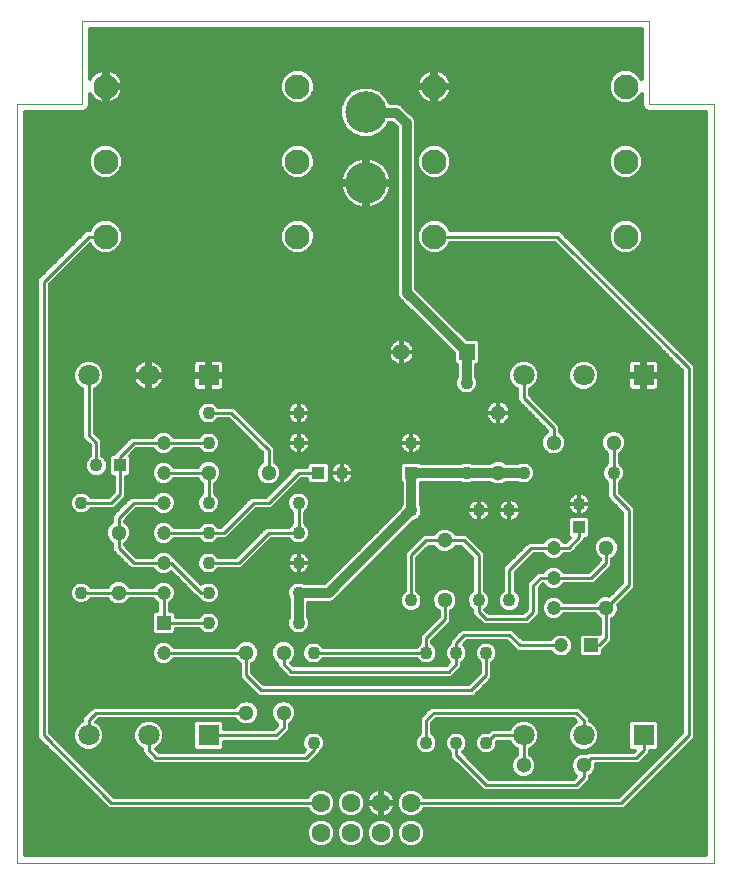
<source format=gbl>
G75*
%MOIN*%
%OFA0B0*%
%FSLAX25Y25*%
%IPPOS*%
%LPD*%
%AMOC8*
5,1,8,0,0,1.08239X$1,22.5*
%
%ADD10C,0.08268*%
%ADD11C,0.05512*%
%ADD12R,0.05512X0.05512*%
%ADD13C,0.04724*%
%ADD14C,0.04331*%
%ADD15R,0.04331X0.04331*%
%ADD16C,0.05118*%
%ADD17R,0.04724X0.04724*%
%ADD18R,0.07087X0.07087*%
%ADD19C,0.07087*%
%ADD20C,0.13843*%
%ADD21C,0.06299*%
%ADD22C,0.00000*%
%ADD23C,0.01200*%
%ADD24C,0.03346*%
%ADD25C,0.01000*%
%ADD26C,0.03200*%
D10*
X0034425Y0215413D03*
X0034425Y0240413D03*
X0034425Y0265413D03*
X0098323Y0265413D03*
X0098323Y0240413D03*
X0098323Y0215413D03*
X0143926Y0215350D03*
X0143926Y0240350D03*
X0143926Y0265350D03*
X0207824Y0265350D03*
X0207824Y0240350D03*
X0207824Y0215350D03*
D11*
X0133000Y0176850D03*
D12*
X0154750Y0176850D03*
D13*
X0183750Y0111600D03*
X0183750Y0101600D03*
X0183750Y0091600D03*
X0186250Y0079100D03*
X0053750Y0076600D03*
X0053750Y0096600D03*
X0053750Y0106600D03*
X0053750Y0116600D03*
X0053750Y0126600D03*
X0053750Y0136600D03*
X0053750Y0146600D03*
D14*
X0068750Y0146600D03*
X0068750Y0156600D03*
X0068750Y0126600D03*
X0068750Y0116600D03*
X0068750Y0106600D03*
X0068750Y0096600D03*
X0068750Y0086600D03*
X0098750Y0086600D03*
X0098750Y0096600D03*
X0098750Y0106600D03*
X0098750Y0116600D03*
X0098750Y0126600D03*
X0113180Y0136602D03*
X0098750Y0146600D03*
X0098750Y0156600D03*
X0136250Y0146600D03*
X0136250Y0124100D03*
X0154750Y0136600D03*
X0158750Y0124100D03*
X0169000Y0124100D03*
X0173750Y0136600D03*
X0192248Y0126280D03*
X0203750Y0136600D03*
X0169000Y0094100D03*
X0158750Y0094100D03*
X0161250Y0076600D03*
X0151250Y0076600D03*
X0141250Y0076600D03*
X0136250Y0094100D03*
X0103750Y0076600D03*
X0103750Y0046600D03*
X0141250Y0046600D03*
X0151250Y0046600D03*
X0161250Y0046600D03*
X0154750Y0166600D03*
X0031320Y0139098D03*
X0026250Y0126600D03*
X0026250Y0096600D03*
D15*
X0039180Y0139095D03*
X0105320Y0136605D03*
X0136250Y0136600D03*
X0192245Y0118420D03*
D16*
X0201250Y0111600D03*
X0201250Y0091600D03*
X0165250Y0136600D03*
X0165250Y0156600D03*
X0183750Y0146600D03*
X0203750Y0146600D03*
X0147500Y0114100D03*
X0147500Y0094100D03*
X0173750Y0039100D03*
X0193750Y0039100D03*
X0093750Y0056600D03*
X0081250Y0056600D03*
X0081250Y0076600D03*
X0093750Y0076600D03*
X0088750Y0136600D03*
X0068750Y0136600D03*
X0038750Y0116600D03*
X0038750Y0096600D03*
D17*
X0053750Y0086600D03*
X0196250Y0079100D03*
D18*
X0213750Y0049163D03*
X0213750Y0169163D03*
X0068750Y0169163D03*
X0068750Y0049163D03*
D19*
X0048750Y0049163D03*
X0028750Y0049163D03*
X0028750Y0169163D03*
X0048750Y0169163D03*
X0173750Y0169163D03*
X0193750Y0169163D03*
X0193750Y0049163D03*
X0173750Y0049163D03*
D20*
X0121125Y0233238D03*
X0121125Y0256860D03*
D21*
X0116250Y0026600D03*
X0116250Y0016600D03*
X0106250Y0016600D03*
X0106250Y0026600D03*
X0126250Y0026600D03*
X0126250Y0016600D03*
X0136250Y0016600D03*
X0136250Y0026600D03*
D22*
X0237283Y0006600D02*
X0005000Y0006600D01*
X0005000Y0259631D01*
X0026654Y0259631D01*
X0026654Y0287191D01*
X0215630Y0287191D01*
X0215630Y0259631D01*
X0237283Y0259631D01*
X0237283Y0006600D01*
D23*
X0234683Y0009200D02*
X0007600Y0009200D01*
X0007600Y0257031D01*
X0027171Y0257031D01*
X0028126Y0257427D01*
X0028858Y0258159D01*
X0029254Y0259114D01*
X0029254Y0262933D01*
X0029521Y0262408D01*
X0030052Y0261678D01*
X0030690Y0261039D01*
X0031420Y0260509D01*
X0032224Y0260099D01*
X0033083Y0259820D01*
X0033825Y0259703D01*
X0033825Y0264813D01*
X0035025Y0264813D01*
X0035025Y0259703D01*
X0035768Y0259820D01*
X0036626Y0260099D01*
X0037430Y0260509D01*
X0038161Y0261039D01*
X0038799Y0261678D01*
X0039329Y0262408D01*
X0039739Y0263212D01*
X0040018Y0264070D01*
X0040135Y0264813D01*
X0035025Y0264813D01*
X0035025Y0266013D01*
X0033825Y0266013D01*
X0033825Y0271123D01*
X0033083Y0271006D01*
X0032224Y0270727D01*
X0031420Y0270317D01*
X0030690Y0269787D01*
X0030052Y0269148D01*
X0029521Y0268418D01*
X0029254Y0267893D01*
X0029254Y0284591D01*
X0213030Y0284591D01*
X0213030Y0267765D01*
X0212685Y0268598D01*
X0211072Y0270211D01*
X0208964Y0271084D01*
X0206683Y0271084D01*
X0204576Y0270211D01*
X0202963Y0268598D01*
X0202090Y0266491D01*
X0202090Y0264209D01*
X0202963Y0262102D01*
X0204576Y0260489D01*
X0206683Y0259616D01*
X0208964Y0259616D01*
X0211072Y0260489D01*
X0212685Y0262102D01*
X0213030Y0262935D01*
X0213030Y0259114D01*
X0213426Y0258159D01*
X0214157Y0257427D01*
X0215113Y0257031D01*
X0234683Y0257031D01*
X0234683Y0009200D01*
X0234683Y0009203D02*
X0007600Y0009203D01*
X0007600Y0010401D02*
X0234683Y0010401D01*
X0234683Y0011600D02*
X0007600Y0011600D01*
X0007600Y0012799D02*
X0103335Y0012799D01*
X0103560Y0012573D02*
X0102223Y0013910D01*
X0101500Y0015655D01*
X0101500Y0017545D01*
X0102223Y0019290D01*
X0103560Y0020627D01*
X0105305Y0021350D01*
X0107195Y0021350D01*
X0108940Y0020627D01*
X0110277Y0019290D01*
X0111000Y0017545D01*
X0111000Y0015655D01*
X0110277Y0013910D01*
X0108940Y0012573D01*
X0107195Y0011850D01*
X0105305Y0011850D01*
X0103560Y0012573D01*
X0102187Y0013997D02*
X0007600Y0013997D01*
X0007600Y0015196D02*
X0101691Y0015196D01*
X0101500Y0016394D02*
X0007600Y0016394D01*
X0007600Y0017593D02*
X0101520Y0017593D01*
X0102017Y0018791D02*
X0007600Y0018791D01*
X0007600Y0019990D02*
X0102923Y0019990D01*
X0104915Y0021188D02*
X0007600Y0021188D01*
X0007600Y0022387D02*
X0104011Y0022387D01*
X0103560Y0022573D02*
X0105305Y0021850D01*
X0107195Y0021850D01*
X0108940Y0022573D01*
X0110277Y0023910D01*
X0111000Y0025655D01*
X0111000Y0027545D01*
X0110277Y0029290D01*
X0108940Y0030627D01*
X0107195Y0031350D01*
X0105305Y0031350D01*
X0103560Y0030627D01*
X0102223Y0029290D01*
X0101979Y0028700D01*
X0037120Y0028700D01*
X0015850Y0049970D01*
X0015850Y0199480D01*
X0029263Y0212893D01*
X0029564Y0212165D01*
X0031177Y0210552D01*
X0033285Y0209679D01*
X0035566Y0209679D01*
X0037673Y0210552D01*
X0039286Y0212165D01*
X0040159Y0214272D01*
X0040159Y0216554D01*
X0039286Y0218661D01*
X0037673Y0220274D01*
X0035566Y0221147D01*
X0033285Y0221147D01*
X0031177Y0220274D01*
X0029564Y0218661D01*
X0029063Y0217450D01*
X0027880Y0217450D01*
X0026650Y0216220D01*
X0011650Y0201220D01*
X0011650Y0048230D01*
X0012880Y0047000D01*
X0035380Y0024500D01*
X0101979Y0024500D01*
X0102223Y0023910D01*
X0103560Y0022573D01*
X0102548Y0023585D02*
X0007600Y0023585D01*
X0007600Y0024784D02*
X0035097Y0024784D01*
X0033898Y0025982D02*
X0007600Y0025982D01*
X0007600Y0027181D02*
X0032699Y0027181D01*
X0031501Y0028379D02*
X0007600Y0028379D01*
X0007600Y0029578D02*
X0030302Y0029578D01*
X0029104Y0030776D02*
X0007600Y0030776D01*
X0007600Y0031975D02*
X0027905Y0031975D01*
X0026707Y0033173D02*
X0007600Y0033173D01*
X0007600Y0034372D02*
X0025508Y0034372D01*
X0024310Y0035570D02*
X0007600Y0035570D01*
X0007600Y0036769D02*
X0023111Y0036769D01*
X0021913Y0037967D02*
X0007600Y0037967D01*
X0007600Y0039166D02*
X0020714Y0039166D01*
X0019516Y0040364D02*
X0007600Y0040364D01*
X0007600Y0041563D02*
X0018317Y0041563D01*
X0017119Y0042761D02*
X0007600Y0042761D01*
X0007600Y0043960D02*
X0015920Y0043960D01*
X0014722Y0045158D02*
X0007600Y0045158D01*
X0007600Y0046357D02*
X0013523Y0046357D01*
X0012325Y0047555D02*
X0007600Y0047555D01*
X0007600Y0048754D02*
X0011650Y0048754D01*
X0011650Y0049952D02*
X0007600Y0049952D01*
X0007600Y0051151D02*
X0011650Y0051151D01*
X0011650Y0052349D02*
X0007600Y0052349D01*
X0007600Y0053548D02*
X0011650Y0053548D01*
X0011650Y0054746D02*
X0007600Y0054746D01*
X0007600Y0055945D02*
X0011650Y0055945D01*
X0011650Y0057143D02*
X0007600Y0057143D01*
X0007600Y0058342D02*
X0011650Y0058342D01*
X0011650Y0059540D02*
X0007600Y0059540D01*
X0007600Y0060739D02*
X0011650Y0060739D01*
X0011650Y0061937D02*
X0007600Y0061937D01*
X0007600Y0063136D02*
X0011650Y0063136D01*
X0011650Y0064334D02*
X0007600Y0064334D01*
X0007600Y0065533D02*
X0011650Y0065533D01*
X0011650Y0066732D02*
X0007600Y0066732D01*
X0007600Y0067930D02*
X0011650Y0067930D01*
X0011650Y0069129D02*
X0007600Y0069129D01*
X0007600Y0070327D02*
X0011650Y0070327D01*
X0011650Y0071526D02*
X0007600Y0071526D01*
X0007600Y0072724D02*
X0011650Y0072724D01*
X0011650Y0073923D02*
X0007600Y0073923D01*
X0007600Y0075121D02*
X0011650Y0075121D01*
X0011650Y0076320D02*
X0007600Y0076320D01*
X0007600Y0077518D02*
X0011650Y0077518D01*
X0011650Y0078717D02*
X0007600Y0078717D01*
X0007600Y0079915D02*
X0011650Y0079915D01*
X0011650Y0081114D02*
X0007600Y0081114D01*
X0007600Y0082312D02*
X0011650Y0082312D01*
X0011650Y0083511D02*
X0007600Y0083511D01*
X0007600Y0084709D02*
X0011650Y0084709D01*
X0011650Y0085908D02*
X0007600Y0085908D01*
X0007600Y0087106D02*
X0011650Y0087106D01*
X0011650Y0088305D02*
X0007600Y0088305D01*
X0007600Y0089503D02*
X0011650Y0089503D01*
X0011650Y0090702D02*
X0007600Y0090702D01*
X0007600Y0091900D02*
X0011650Y0091900D01*
X0011650Y0093099D02*
X0007600Y0093099D01*
X0007600Y0094297D02*
X0011650Y0094297D01*
X0011650Y0095496D02*
X0007600Y0095496D01*
X0007600Y0096694D02*
X0011650Y0096694D01*
X0011650Y0097893D02*
X0007600Y0097893D01*
X0007600Y0099091D02*
X0011650Y0099091D01*
X0011650Y0100290D02*
X0007600Y0100290D01*
X0007600Y0101488D02*
X0011650Y0101488D01*
X0011650Y0102687D02*
X0007600Y0102687D01*
X0007600Y0103885D02*
X0011650Y0103885D01*
X0011650Y0105084D02*
X0007600Y0105084D01*
X0007600Y0106282D02*
X0011650Y0106282D01*
X0011650Y0107481D02*
X0007600Y0107481D01*
X0007600Y0108679D02*
X0011650Y0108679D01*
X0011650Y0109878D02*
X0007600Y0109878D01*
X0007600Y0111076D02*
X0011650Y0111076D01*
X0011650Y0112275D02*
X0007600Y0112275D01*
X0007600Y0113473D02*
X0011650Y0113473D01*
X0011650Y0114672D02*
X0007600Y0114672D01*
X0007600Y0115870D02*
X0011650Y0115870D01*
X0011650Y0117069D02*
X0007600Y0117069D01*
X0007600Y0118268D02*
X0011650Y0118268D01*
X0011650Y0119466D02*
X0007600Y0119466D01*
X0007600Y0120665D02*
X0011650Y0120665D01*
X0011650Y0121863D02*
X0007600Y0121863D01*
X0007600Y0123062D02*
X0011650Y0123062D01*
X0011650Y0124260D02*
X0007600Y0124260D01*
X0007600Y0125459D02*
X0011650Y0125459D01*
X0011650Y0126657D02*
X0007600Y0126657D01*
X0007600Y0127856D02*
X0011650Y0127856D01*
X0011650Y0129054D02*
X0007600Y0129054D01*
X0007600Y0130253D02*
X0011650Y0130253D01*
X0011650Y0131451D02*
X0007600Y0131451D01*
X0007600Y0132650D02*
X0011650Y0132650D01*
X0011650Y0133848D02*
X0007600Y0133848D01*
X0007600Y0135047D02*
X0011650Y0135047D01*
X0011650Y0136245D02*
X0007600Y0136245D01*
X0007600Y0137444D02*
X0011650Y0137444D01*
X0011650Y0138642D02*
X0007600Y0138642D01*
X0007600Y0139841D02*
X0011650Y0139841D01*
X0011650Y0141039D02*
X0007600Y0141039D01*
X0007600Y0142238D02*
X0011650Y0142238D01*
X0011650Y0143436D02*
X0007600Y0143436D01*
X0007600Y0144635D02*
X0011650Y0144635D01*
X0011650Y0145833D02*
X0007600Y0145833D01*
X0007600Y0147032D02*
X0011650Y0147032D01*
X0011650Y0148230D02*
X0007600Y0148230D01*
X0007600Y0149429D02*
X0011650Y0149429D01*
X0011650Y0150627D02*
X0007600Y0150627D01*
X0007600Y0151826D02*
X0011650Y0151826D01*
X0011650Y0153024D02*
X0007600Y0153024D01*
X0007600Y0154223D02*
X0011650Y0154223D01*
X0011650Y0155421D02*
X0007600Y0155421D01*
X0007600Y0156620D02*
X0011650Y0156620D01*
X0011650Y0157818D02*
X0007600Y0157818D01*
X0007600Y0159017D02*
X0011650Y0159017D01*
X0011650Y0160215D02*
X0007600Y0160215D01*
X0007600Y0161414D02*
X0011650Y0161414D01*
X0011650Y0162612D02*
X0007600Y0162612D01*
X0007600Y0163811D02*
X0011650Y0163811D01*
X0011650Y0165009D02*
X0007600Y0165009D01*
X0007600Y0166208D02*
X0011650Y0166208D01*
X0011650Y0167406D02*
X0007600Y0167406D01*
X0007600Y0168605D02*
X0011650Y0168605D01*
X0011650Y0169803D02*
X0007600Y0169803D01*
X0007600Y0171002D02*
X0011650Y0171002D01*
X0011650Y0172201D02*
X0007600Y0172201D01*
X0007600Y0173399D02*
X0011650Y0173399D01*
X0011650Y0174598D02*
X0007600Y0174598D01*
X0007600Y0175796D02*
X0011650Y0175796D01*
X0011650Y0176995D02*
X0007600Y0176995D01*
X0007600Y0178193D02*
X0011650Y0178193D01*
X0011650Y0179392D02*
X0007600Y0179392D01*
X0007600Y0180590D02*
X0011650Y0180590D01*
X0011650Y0181789D02*
X0007600Y0181789D01*
X0007600Y0182987D02*
X0011650Y0182987D01*
X0011650Y0184186D02*
X0007600Y0184186D01*
X0007600Y0185384D02*
X0011650Y0185384D01*
X0011650Y0186583D02*
X0007600Y0186583D01*
X0007600Y0187781D02*
X0011650Y0187781D01*
X0011650Y0188980D02*
X0007600Y0188980D01*
X0007600Y0190178D02*
X0011650Y0190178D01*
X0011650Y0191377D02*
X0007600Y0191377D01*
X0007600Y0192575D02*
X0011650Y0192575D01*
X0011650Y0193774D02*
X0007600Y0193774D01*
X0007600Y0194972D02*
X0011650Y0194972D01*
X0011650Y0196171D02*
X0007600Y0196171D01*
X0007600Y0197369D02*
X0011650Y0197369D01*
X0011650Y0198568D02*
X0007600Y0198568D01*
X0007600Y0199766D02*
X0011650Y0199766D01*
X0011650Y0200965D02*
X0007600Y0200965D01*
X0007600Y0202163D02*
X0012593Y0202163D01*
X0013792Y0203362D02*
X0007600Y0203362D01*
X0007600Y0204560D02*
X0014990Y0204560D01*
X0016189Y0205759D02*
X0007600Y0205759D01*
X0007600Y0206957D02*
X0017388Y0206957D01*
X0018586Y0208156D02*
X0007600Y0208156D01*
X0007600Y0209354D02*
X0019785Y0209354D01*
X0020983Y0210553D02*
X0007600Y0210553D01*
X0007600Y0211751D02*
X0022182Y0211751D01*
X0023380Y0212950D02*
X0007600Y0212950D01*
X0007600Y0214148D02*
X0024579Y0214148D01*
X0025777Y0215347D02*
X0007600Y0215347D01*
X0007600Y0216545D02*
X0026976Y0216545D01*
X0029184Y0217744D02*
X0007600Y0217744D01*
X0007600Y0218942D02*
X0029846Y0218942D01*
X0031044Y0220141D02*
X0007600Y0220141D01*
X0007600Y0221339D02*
X0131550Y0221339D01*
X0131550Y0220141D02*
X0101704Y0220141D01*
X0101571Y0220274D02*
X0099463Y0221147D01*
X0097182Y0221147D01*
X0095075Y0220274D01*
X0093462Y0218661D01*
X0092589Y0216554D01*
X0092589Y0214272D01*
X0093462Y0212165D01*
X0095075Y0210552D01*
X0097182Y0209679D01*
X0099463Y0209679D01*
X0101571Y0210552D01*
X0103184Y0212165D01*
X0104057Y0214272D01*
X0104057Y0216554D01*
X0103184Y0218661D01*
X0101571Y0220274D01*
X0102902Y0218942D02*
X0131550Y0218942D01*
X0131550Y0217744D02*
X0103564Y0217744D01*
X0104057Y0216545D02*
X0131550Y0216545D01*
X0131550Y0215347D02*
X0104057Y0215347D01*
X0104005Y0214148D02*
X0131550Y0214148D01*
X0131550Y0212950D02*
X0103509Y0212950D01*
X0102770Y0211751D02*
X0131550Y0211751D01*
X0131550Y0210553D02*
X0101572Y0210553D01*
X0095074Y0210553D02*
X0037674Y0210553D01*
X0038872Y0211751D02*
X0093876Y0211751D01*
X0093137Y0212950D02*
X0039611Y0212950D01*
X0040108Y0214148D02*
X0092640Y0214148D01*
X0092589Y0215347D02*
X0040159Y0215347D01*
X0040159Y0216545D02*
X0092589Y0216545D01*
X0093082Y0217744D02*
X0039666Y0217744D01*
X0039005Y0218942D02*
X0093743Y0218942D01*
X0094942Y0220141D02*
X0037806Y0220141D01*
X0029978Y0211751D02*
X0028121Y0211751D01*
X0026923Y0210553D02*
X0031176Y0210553D01*
X0025724Y0209354D02*
X0131550Y0209354D01*
X0131550Y0208156D02*
X0024526Y0208156D01*
X0023327Y0206957D02*
X0131550Y0206957D01*
X0131550Y0205759D02*
X0022129Y0205759D01*
X0020930Y0204560D02*
X0131550Y0204560D01*
X0131550Y0203362D02*
X0019732Y0203362D01*
X0018533Y0202163D02*
X0131550Y0202163D01*
X0131550Y0200965D02*
X0017335Y0200965D01*
X0016136Y0199766D02*
X0131550Y0199766D01*
X0131550Y0198568D02*
X0015850Y0198568D01*
X0015850Y0197369D02*
X0131550Y0197369D01*
X0131550Y0197226D02*
X0131546Y0197216D01*
X0131550Y0196591D01*
X0131550Y0195963D01*
X0131554Y0195954D01*
X0131554Y0195943D01*
X0131797Y0195366D01*
X0132037Y0194787D01*
X0132045Y0194780D01*
X0132049Y0194770D01*
X0132494Y0194330D01*
X0132937Y0193887D01*
X0132947Y0193883D01*
X0150394Y0176654D01*
X0150394Y0173431D01*
X0151331Y0172494D01*
X0151550Y0172494D01*
X0151550Y0168714D01*
X0150985Y0167349D01*
X0150985Y0165851D01*
X0151558Y0164467D01*
X0152617Y0163408D01*
X0154001Y0162835D01*
X0155499Y0162835D01*
X0156883Y0163408D01*
X0157942Y0164467D01*
X0158515Y0165851D01*
X0158515Y0167349D01*
X0157950Y0168714D01*
X0157950Y0172494D01*
X0158169Y0172494D01*
X0159106Y0173431D01*
X0159106Y0180269D01*
X0158169Y0181206D01*
X0154893Y0181206D01*
X0137950Y0197937D01*
X0137950Y0253737D01*
X0137463Y0254913D01*
X0136563Y0255813D01*
X0133963Y0258413D01*
X0133063Y0259313D01*
X0131887Y0259800D01*
X0129131Y0259800D01*
X0128349Y0261687D01*
X0125952Y0264084D01*
X0122820Y0265381D01*
X0119430Y0265381D01*
X0116298Y0264084D01*
X0113901Y0261687D01*
X0112604Y0258555D01*
X0112604Y0255165D01*
X0113901Y0252033D01*
X0116298Y0249636D01*
X0119430Y0248339D01*
X0122820Y0248339D01*
X0125952Y0249636D01*
X0128349Y0252033D01*
X0128915Y0253400D01*
X0129925Y0253400D01*
X0131550Y0251775D01*
X0131550Y0197226D01*
X0131550Y0196171D02*
X0015850Y0196171D01*
X0015850Y0194972D02*
X0131961Y0194972D01*
X0133058Y0193774D02*
X0015850Y0193774D01*
X0015850Y0192575D02*
X0134272Y0192575D01*
X0135485Y0191377D02*
X0015850Y0191377D01*
X0015850Y0190178D02*
X0136699Y0190178D01*
X0137913Y0188980D02*
X0015850Y0188980D01*
X0015850Y0187781D02*
X0139126Y0187781D01*
X0140340Y0186583D02*
X0015850Y0186583D01*
X0015850Y0185384D02*
X0141554Y0185384D01*
X0142767Y0184186D02*
X0015850Y0184186D01*
X0015850Y0182987D02*
X0143981Y0182987D01*
X0145195Y0181789D02*
X0015850Y0181789D01*
X0015850Y0180590D02*
X0130746Y0180590D01*
X0130717Y0180575D02*
X0130162Y0180172D01*
X0129677Y0179688D01*
X0129274Y0179133D01*
X0128963Y0178522D01*
X0128751Y0177870D01*
X0128644Y0177193D01*
X0128644Y0176939D01*
X0132911Y0176939D01*
X0132911Y0181206D01*
X0132657Y0181206D01*
X0131980Y0181099D01*
X0131328Y0180887D01*
X0130717Y0180575D01*
X0129462Y0179392D02*
X0015850Y0179392D01*
X0015850Y0178193D02*
X0128856Y0178193D01*
X0128644Y0176995D02*
X0015850Y0176995D01*
X0015850Y0175796D02*
X0128762Y0175796D01*
X0128751Y0175830D02*
X0128963Y0175178D01*
X0129274Y0174567D01*
X0129677Y0174012D01*
X0130162Y0173527D01*
X0130717Y0173124D01*
X0131328Y0172813D01*
X0131980Y0172601D01*
X0132657Y0172494D01*
X0132911Y0172494D01*
X0132911Y0176761D01*
X0133089Y0176761D01*
X0133089Y0176939D01*
X0137356Y0176939D01*
X0137356Y0177193D01*
X0137249Y0177870D01*
X0137037Y0178522D01*
X0136725Y0179133D01*
X0136322Y0179688D01*
X0135838Y0180172D01*
X0135283Y0180575D01*
X0134672Y0180887D01*
X0134020Y0181099D01*
X0133343Y0181206D01*
X0133089Y0181206D01*
X0133089Y0176939D01*
X0132911Y0176939D01*
X0132911Y0176761D01*
X0128644Y0176761D01*
X0128644Y0176507D01*
X0128751Y0175830D01*
X0129259Y0174598D02*
X0015850Y0174598D01*
X0015850Y0173399D02*
X0025712Y0173399D01*
X0025837Y0173523D02*
X0024390Y0172076D01*
X0023607Y0170186D01*
X0023607Y0168140D01*
X0024390Y0166250D01*
X0025837Y0164803D01*
X0026650Y0164466D01*
X0026650Y0148230D01*
X0029150Y0145730D01*
X0029150Y0142253D01*
X0028128Y0141230D01*
X0027555Y0139846D01*
X0027555Y0138349D01*
X0028128Y0136965D01*
X0029187Y0135905D01*
X0030571Y0135332D01*
X0032069Y0135332D01*
X0033453Y0135905D01*
X0034512Y0136965D01*
X0035085Y0138349D01*
X0035085Y0139846D01*
X0034512Y0141230D01*
X0033453Y0142290D01*
X0033350Y0142332D01*
X0033350Y0147470D01*
X0032120Y0148700D01*
X0030850Y0149970D01*
X0030850Y0164466D01*
X0031663Y0164803D01*
X0033110Y0166250D01*
X0033893Y0168140D01*
X0033893Y0170186D01*
X0033110Y0172076D01*
X0031663Y0173523D01*
X0029773Y0174306D01*
X0027727Y0174306D01*
X0025837Y0173523D01*
X0024514Y0172201D02*
X0015850Y0172201D01*
X0015850Y0171002D02*
X0023945Y0171002D01*
X0023607Y0169803D02*
X0015850Y0169803D01*
X0015850Y0168605D02*
X0023607Y0168605D01*
X0023910Y0167406D02*
X0015850Y0167406D01*
X0015850Y0166208D02*
X0024431Y0166208D01*
X0025630Y0165009D02*
X0015850Y0165009D01*
X0015850Y0163811D02*
X0026650Y0163811D01*
X0026650Y0162612D02*
X0015850Y0162612D01*
X0015850Y0161414D02*
X0026650Y0161414D01*
X0026650Y0160215D02*
X0015850Y0160215D01*
X0015850Y0159017D02*
X0026650Y0159017D01*
X0026650Y0157818D02*
X0015850Y0157818D01*
X0015850Y0156620D02*
X0026650Y0156620D01*
X0026650Y0155421D02*
X0015850Y0155421D01*
X0015850Y0154223D02*
X0026650Y0154223D01*
X0026650Y0153024D02*
X0015850Y0153024D01*
X0015850Y0151826D02*
X0026650Y0151826D01*
X0026650Y0150627D02*
X0015850Y0150627D01*
X0015850Y0149429D02*
X0026650Y0149429D01*
X0026650Y0148230D02*
X0015850Y0148230D01*
X0015850Y0147032D02*
X0027848Y0147032D01*
X0029047Y0145833D02*
X0015850Y0145833D01*
X0015850Y0144635D02*
X0029150Y0144635D01*
X0029150Y0143436D02*
X0015850Y0143436D01*
X0015850Y0142238D02*
X0029135Y0142238D01*
X0028049Y0141039D02*
X0015850Y0141039D01*
X0015850Y0139841D02*
X0027555Y0139841D01*
X0027555Y0138642D02*
X0015850Y0138642D01*
X0015850Y0137444D02*
X0027929Y0137444D01*
X0028847Y0136245D02*
X0015850Y0136245D01*
X0015850Y0135047D02*
X0037084Y0135047D01*
X0037084Y0135330D02*
X0037089Y0130409D01*
X0035380Y0128700D01*
X0029456Y0128700D01*
X0029442Y0128733D01*
X0028383Y0129792D01*
X0026999Y0130365D01*
X0025501Y0130365D01*
X0024117Y0129792D01*
X0023058Y0128733D01*
X0022485Y0127349D01*
X0022485Y0125851D01*
X0023058Y0124467D01*
X0024117Y0123408D01*
X0025501Y0122835D01*
X0026999Y0122835D01*
X0028383Y0123408D01*
X0029442Y0124467D01*
X0029456Y0124500D01*
X0037120Y0124500D01*
X0038350Y0125730D01*
X0040061Y0127441D01*
X0040062Y0127441D01*
X0040673Y0128054D01*
X0041290Y0128670D01*
X0041290Y0128671D01*
X0041291Y0128672D01*
X0041290Y0129543D01*
X0041290Y0130410D01*
X0041289Y0130411D01*
X0041284Y0135330D01*
X0042008Y0135330D01*
X0042945Y0136267D01*
X0042945Y0141923D01*
X0042494Y0142374D01*
X0044620Y0144500D01*
X0050331Y0144500D01*
X0050391Y0144356D01*
X0051506Y0143241D01*
X0052962Y0142638D01*
X0054538Y0142638D01*
X0055994Y0143241D01*
X0057109Y0144356D01*
X0057169Y0144500D01*
X0065544Y0144500D01*
X0065558Y0144467D01*
X0066617Y0143408D01*
X0068001Y0142835D01*
X0069499Y0142835D01*
X0070883Y0143408D01*
X0071942Y0144467D01*
X0072515Y0145851D01*
X0072515Y0147349D01*
X0071942Y0148733D01*
X0070883Y0149792D01*
X0069499Y0150365D01*
X0068001Y0150365D01*
X0066617Y0149792D01*
X0065558Y0148733D01*
X0065544Y0148700D01*
X0057169Y0148700D01*
X0057109Y0148844D01*
X0055994Y0149959D01*
X0054538Y0150562D01*
X0052962Y0150562D01*
X0051506Y0149959D01*
X0050391Y0148844D01*
X0050331Y0148700D01*
X0042880Y0148700D01*
X0041650Y0147470D01*
X0037706Y0143526D01*
X0037093Y0142917D01*
X0037093Y0142913D01*
X0037090Y0142910D01*
X0037090Y0142860D01*
X0036352Y0142860D01*
X0035415Y0141923D01*
X0035415Y0136267D01*
X0036352Y0135330D01*
X0037084Y0135330D01*
X0037085Y0133848D02*
X0015850Y0133848D01*
X0015850Y0132650D02*
X0037087Y0132650D01*
X0037088Y0131451D02*
X0015850Y0131451D01*
X0015850Y0130253D02*
X0025229Y0130253D01*
X0027271Y0130253D02*
X0036933Y0130253D01*
X0035734Y0129054D02*
X0029121Y0129054D01*
X0029235Y0124260D02*
X0038440Y0124260D01*
X0038078Y0125459D02*
X0039639Y0125459D01*
X0039277Y0126657D02*
X0040837Y0126657D01*
X0041650Y0127470D02*
X0036650Y0122470D01*
X0036650Y0120232D01*
X0036394Y0120126D01*
X0035224Y0118956D01*
X0034591Y0117427D01*
X0034591Y0115773D01*
X0035224Y0114244D01*
X0036394Y0113074D01*
X0036650Y0112968D01*
X0036650Y0110730D01*
X0041650Y0105730D01*
X0042880Y0104500D01*
X0050331Y0104500D01*
X0050391Y0104356D01*
X0051506Y0103241D01*
X0052962Y0102638D01*
X0054538Y0102638D01*
X0055994Y0103241D01*
X0056317Y0103563D01*
X0064150Y0095730D01*
X0065380Y0094500D01*
X0065544Y0094500D01*
X0065558Y0094467D01*
X0066617Y0093408D01*
X0068001Y0092835D01*
X0069499Y0092835D01*
X0070883Y0093408D01*
X0071942Y0094467D01*
X0072515Y0095851D01*
X0072515Y0097349D01*
X0071942Y0098733D01*
X0070883Y0099792D01*
X0069499Y0100365D01*
X0068001Y0100365D01*
X0066617Y0099792D01*
X0066322Y0099497D01*
X0057203Y0108616D01*
X0057109Y0108844D01*
X0055994Y0109959D01*
X0054538Y0110562D01*
X0052962Y0110562D01*
X0051506Y0109959D01*
X0050391Y0108844D01*
X0050331Y0108700D01*
X0044620Y0108700D01*
X0040850Y0112470D01*
X0040850Y0112968D01*
X0041106Y0113074D01*
X0042276Y0114244D01*
X0042909Y0115773D01*
X0042909Y0117427D01*
X0042276Y0118956D01*
X0041106Y0120126D01*
X0040850Y0120232D01*
X0040850Y0120730D01*
X0044620Y0124500D01*
X0050331Y0124500D01*
X0050391Y0124356D01*
X0051506Y0123241D01*
X0052962Y0122638D01*
X0054538Y0122638D01*
X0055994Y0123241D01*
X0057109Y0124356D01*
X0057712Y0125812D01*
X0057712Y0127388D01*
X0057109Y0128844D01*
X0055994Y0129959D01*
X0054538Y0130562D01*
X0052962Y0130562D01*
X0051506Y0129959D01*
X0050391Y0128844D01*
X0050331Y0128700D01*
X0042880Y0128700D01*
X0041650Y0127470D01*
X0042036Y0127856D02*
X0040476Y0127856D01*
X0041291Y0129054D02*
X0050601Y0129054D01*
X0052214Y0130253D02*
X0041290Y0130253D01*
X0041288Y0131451D02*
X0066650Y0131451D01*
X0066650Y0130253D02*
X0055286Y0130253D01*
X0056899Y0129054D02*
X0065879Y0129054D01*
X0065558Y0128733D02*
X0064985Y0127349D01*
X0064985Y0125851D01*
X0065558Y0124467D01*
X0066617Y0123408D01*
X0068001Y0122835D01*
X0069499Y0122835D01*
X0070883Y0123408D01*
X0071942Y0124467D01*
X0072515Y0125851D01*
X0072515Y0127349D01*
X0071942Y0128733D01*
X0070883Y0129792D01*
X0070850Y0129806D01*
X0070850Y0132968D01*
X0071106Y0133074D01*
X0072276Y0134244D01*
X0072909Y0135773D01*
X0072909Y0137427D01*
X0072276Y0138956D01*
X0071106Y0140126D01*
X0069577Y0140759D01*
X0067923Y0140759D01*
X0066394Y0140126D01*
X0065224Y0138956D01*
X0065118Y0138700D01*
X0057169Y0138700D01*
X0057109Y0138844D01*
X0055994Y0139959D01*
X0054538Y0140562D01*
X0052962Y0140562D01*
X0051506Y0139959D01*
X0050391Y0138844D01*
X0049788Y0137388D01*
X0049788Y0135812D01*
X0050391Y0134356D01*
X0051506Y0133241D01*
X0052962Y0132638D01*
X0054538Y0132638D01*
X0055994Y0133241D01*
X0057109Y0134356D01*
X0057169Y0134500D01*
X0065118Y0134500D01*
X0065224Y0134244D01*
X0066394Y0133074D01*
X0066650Y0132968D01*
X0066650Y0129806D01*
X0066617Y0129792D01*
X0065558Y0128733D01*
X0065195Y0127856D02*
X0057519Y0127856D01*
X0057712Y0126657D02*
X0064985Y0126657D01*
X0065147Y0125459D02*
X0057566Y0125459D01*
X0057013Y0124260D02*
X0065765Y0124260D01*
X0067453Y0123062D02*
X0055561Y0123062D01*
X0054538Y0120562D02*
X0052962Y0120562D01*
X0051506Y0119959D01*
X0050391Y0118844D01*
X0049788Y0117388D01*
X0049788Y0115812D01*
X0050391Y0114356D01*
X0051506Y0113241D01*
X0052962Y0112638D01*
X0054538Y0112638D01*
X0055994Y0113241D01*
X0057109Y0114356D01*
X0057169Y0114500D01*
X0065544Y0114500D01*
X0065558Y0114467D01*
X0066617Y0113408D01*
X0068001Y0112835D01*
X0069499Y0112835D01*
X0070883Y0113408D01*
X0071942Y0114467D01*
X0071956Y0114500D01*
X0074620Y0114500D01*
X0084620Y0124500D01*
X0089620Y0124500D01*
X0099620Y0134501D01*
X0101555Y0134502D01*
X0101555Y0133777D01*
X0102492Y0132840D01*
X0108148Y0132840D01*
X0109085Y0133777D01*
X0109085Y0139433D01*
X0108148Y0140370D01*
X0102492Y0140370D01*
X0101555Y0139433D01*
X0101555Y0138702D01*
X0098750Y0138700D01*
X0097880Y0138700D01*
X0097879Y0138699D01*
X0097264Y0138084D01*
X0087880Y0128700D01*
X0082880Y0128700D01*
X0081650Y0127470D01*
X0072880Y0118700D01*
X0071956Y0118700D01*
X0071942Y0118733D01*
X0070883Y0119792D01*
X0069499Y0120365D01*
X0068001Y0120365D01*
X0066617Y0119792D01*
X0065558Y0118733D01*
X0065544Y0118700D01*
X0057169Y0118700D01*
X0057109Y0118844D01*
X0055994Y0119959D01*
X0054538Y0120562D01*
X0056487Y0119466D02*
X0066291Y0119466D01*
X0071209Y0119466D02*
X0073646Y0119466D01*
X0074845Y0120665D02*
X0040850Y0120665D01*
X0041766Y0119466D02*
X0051013Y0119466D01*
X0050152Y0118268D02*
X0042561Y0118268D01*
X0042909Y0117069D02*
X0049788Y0117069D01*
X0049788Y0115870D02*
X0042909Y0115870D01*
X0042453Y0114672D02*
X0050260Y0114672D01*
X0051273Y0113473D02*
X0041505Y0113473D01*
X0041045Y0112275D02*
X0081455Y0112275D01*
X0080257Y0111076D02*
X0042243Y0111076D01*
X0043442Y0109878D02*
X0051425Y0109878D01*
X0056075Y0109878D02*
X0066824Y0109878D01*
X0066617Y0109792D02*
X0065558Y0108733D01*
X0064985Y0107349D01*
X0064985Y0105851D01*
X0065558Y0104467D01*
X0066617Y0103408D01*
X0068001Y0102835D01*
X0069499Y0102835D01*
X0070883Y0103408D01*
X0071942Y0104467D01*
X0071956Y0104500D01*
X0079620Y0104500D01*
X0089620Y0114500D01*
X0095544Y0114500D01*
X0095558Y0114467D01*
X0096617Y0113408D01*
X0098001Y0112835D01*
X0099499Y0112835D01*
X0100883Y0113408D01*
X0101942Y0114467D01*
X0102515Y0115851D01*
X0102515Y0117349D01*
X0101942Y0118733D01*
X0100883Y0119792D01*
X0100850Y0119806D01*
X0100850Y0123394D01*
X0100883Y0123408D01*
X0101942Y0124467D01*
X0102515Y0125851D01*
X0102515Y0127349D01*
X0101942Y0128733D01*
X0100883Y0129792D01*
X0099499Y0130365D01*
X0098001Y0130365D01*
X0096617Y0129792D01*
X0095558Y0128733D01*
X0094985Y0127349D01*
X0094985Y0125851D01*
X0095558Y0124467D01*
X0096617Y0123408D01*
X0096650Y0123394D01*
X0096650Y0119806D01*
X0096617Y0119792D01*
X0095558Y0118733D01*
X0095544Y0118700D01*
X0087880Y0118700D01*
X0086650Y0117470D01*
X0077880Y0108700D01*
X0071956Y0108700D01*
X0071942Y0108733D01*
X0070883Y0109792D01*
X0069499Y0110365D01*
X0068001Y0110365D01*
X0066617Y0109792D01*
X0065536Y0108679D02*
X0057177Y0108679D01*
X0058339Y0107481D02*
X0065039Y0107481D01*
X0064985Y0106282D02*
X0059537Y0106282D01*
X0060736Y0105084D02*
X0065302Y0105084D01*
X0066140Y0103885D02*
X0061934Y0103885D01*
X0063133Y0102687D02*
X0110311Y0102687D01*
X0109113Y0101488D02*
X0064331Y0101488D01*
X0065530Y0100290D02*
X0067819Y0100290D01*
X0069681Y0100290D02*
X0097819Y0100290D01*
X0098001Y0100365D02*
X0096617Y0099792D01*
X0095558Y0098733D01*
X0094985Y0097349D01*
X0094985Y0095851D01*
X0095550Y0094486D01*
X0095550Y0088714D01*
X0094985Y0087349D01*
X0094985Y0085851D01*
X0095558Y0084467D01*
X0096617Y0083408D01*
X0098001Y0082835D01*
X0099499Y0082835D01*
X0100883Y0083408D01*
X0101942Y0084467D01*
X0102515Y0085851D01*
X0102515Y0087349D01*
X0101950Y0088714D01*
X0101950Y0093400D01*
X0109387Y0093400D01*
X0110563Y0093887D01*
X0111463Y0094787D01*
X0137018Y0120343D01*
X0138383Y0120908D01*
X0139442Y0121967D01*
X0140015Y0123351D01*
X0140015Y0124849D01*
X0139450Y0126214D01*
X0139450Y0133207D01*
X0139643Y0133400D01*
X0152636Y0133400D01*
X0154001Y0132835D01*
X0155499Y0132835D01*
X0156864Y0133400D01*
X0162568Y0133400D01*
X0162894Y0133074D01*
X0164423Y0132441D01*
X0166077Y0132441D01*
X0167606Y0133074D01*
X0167932Y0133400D01*
X0171636Y0133400D01*
X0173001Y0132835D01*
X0174499Y0132835D01*
X0175883Y0133408D01*
X0176942Y0134467D01*
X0177515Y0135851D01*
X0177515Y0137349D01*
X0176942Y0138733D01*
X0175883Y0139792D01*
X0174499Y0140365D01*
X0173001Y0140365D01*
X0171636Y0139800D01*
X0167932Y0139800D01*
X0167606Y0140126D01*
X0166077Y0140759D01*
X0164423Y0140759D01*
X0162894Y0140126D01*
X0162568Y0139800D01*
X0156864Y0139800D01*
X0155499Y0140365D01*
X0154001Y0140365D01*
X0152636Y0139800D01*
X0139643Y0139800D01*
X0139078Y0140365D01*
X0133422Y0140365D01*
X0132485Y0139428D01*
X0132485Y0133772D01*
X0133050Y0133207D01*
X0133050Y0126214D01*
X0132493Y0124868D01*
X0107425Y0099800D01*
X0100864Y0099800D01*
X0099499Y0100365D01*
X0098001Y0100365D01*
X0099681Y0100290D02*
X0107914Y0100290D01*
X0111510Y0103885D02*
X0101360Y0103885D01*
X0101150Y0103675D02*
X0101675Y0104200D01*
X0102087Y0104816D01*
X0102371Y0105502D01*
X0102515Y0106229D01*
X0102515Y0106600D01*
X0102515Y0106971D01*
X0102371Y0107698D01*
X0102087Y0108384D01*
X0101675Y0109000D01*
X0101150Y0109525D01*
X0100534Y0109937D01*
X0099848Y0110221D01*
X0099121Y0110365D01*
X0098750Y0110365D01*
X0098379Y0110365D01*
X0097652Y0110221D01*
X0096966Y0109937D01*
X0096350Y0109525D01*
X0095825Y0109000D01*
X0095413Y0108384D01*
X0095129Y0107698D01*
X0094985Y0106971D01*
X0094985Y0106600D01*
X0094985Y0106229D01*
X0095129Y0105502D01*
X0095413Y0104816D01*
X0095825Y0104200D01*
X0096350Y0103675D01*
X0096966Y0103263D01*
X0097652Y0102979D01*
X0098379Y0102835D01*
X0098750Y0102835D01*
X0099121Y0102835D01*
X0099848Y0102979D01*
X0100534Y0103263D01*
X0101150Y0103675D01*
X0102198Y0105084D02*
X0112708Y0105084D01*
X0113907Y0106282D02*
X0102515Y0106282D01*
X0102515Y0106600D02*
X0098750Y0106600D01*
X0102515Y0106600D01*
X0102414Y0107481D02*
X0115105Y0107481D01*
X0116304Y0108679D02*
X0101889Y0108679D01*
X0100622Y0109878D02*
X0117502Y0109878D01*
X0118701Y0111076D02*
X0086196Y0111076D01*
X0084998Y0109878D02*
X0096878Y0109878D01*
X0095611Y0108679D02*
X0083799Y0108679D01*
X0082601Y0107481D02*
X0095086Y0107481D01*
X0094985Y0106600D02*
X0098750Y0106600D01*
X0098750Y0106600D01*
X0098750Y0106600D01*
X0098750Y0110365D01*
X0098750Y0106600D01*
X0098750Y0102835D01*
X0098750Y0106600D01*
X0098750Y0106600D01*
X0098750Y0106600D01*
X0094985Y0106600D01*
X0094985Y0106282D02*
X0081402Y0106282D01*
X0080204Y0105084D02*
X0095302Y0105084D01*
X0096140Y0103885D02*
X0071360Y0103885D01*
X0071584Y0099091D02*
X0095916Y0099091D01*
X0095210Y0097893D02*
X0072290Y0097893D01*
X0072515Y0096694D02*
X0094985Y0096694D01*
X0095132Y0095496D02*
X0072368Y0095496D01*
X0071772Y0094297D02*
X0095550Y0094297D01*
X0095550Y0093099D02*
X0070137Y0093099D01*
X0067363Y0093099D02*
X0055850Y0093099D01*
X0055850Y0093181D02*
X0055994Y0093241D01*
X0057109Y0094356D01*
X0057712Y0095812D01*
X0057712Y0097388D01*
X0057109Y0098844D01*
X0055994Y0099959D01*
X0054538Y0100562D01*
X0052962Y0100562D01*
X0051506Y0099959D01*
X0050391Y0098844D01*
X0050331Y0098700D01*
X0042382Y0098700D01*
X0042276Y0098956D01*
X0041106Y0100126D01*
X0039577Y0100759D01*
X0037923Y0100759D01*
X0036394Y0100126D01*
X0035224Y0098956D01*
X0035118Y0098700D01*
X0029456Y0098700D01*
X0029442Y0098733D01*
X0028383Y0099792D01*
X0026999Y0100365D01*
X0025501Y0100365D01*
X0024117Y0099792D01*
X0023058Y0098733D01*
X0022485Y0097349D01*
X0022485Y0095851D01*
X0023058Y0094467D01*
X0024117Y0093408D01*
X0025501Y0092835D01*
X0026999Y0092835D01*
X0028383Y0093408D01*
X0029442Y0094467D01*
X0029456Y0094500D01*
X0035118Y0094500D01*
X0035224Y0094244D01*
X0036394Y0093074D01*
X0037923Y0092441D01*
X0039577Y0092441D01*
X0041106Y0093074D01*
X0042276Y0094244D01*
X0042382Y0094500D01*
X0050331Y0094500D01*
X0050391Y0094356D01*
X0051506Y0093241D01*
X0051650Y0093181D01*
X0051650Y0090562D01*
X0050725Y0090562D01*
X0049788Y0089625D01*
X0049788Y0083575D01*
X0050725Y0082638D01*
X0056775Y0082638D01*
X0057712Y0083575D01*
X0057712Y0084500D01*
X0065544Y0084500D01*
X0065558Y0084467D01*
X0066617Y0083408D01*
X0068001Y0082835D01*
X0069499Y0082835D01*
X0070883Y0083408D01*
X0071942Y0084467D01*
X0072515Y0085851D01*
X0072515Y0087349D01*
X0071942Y0088733D01*
X0070883Y0089792D01*
X0069499Y0090365D01*
X0068001Y0090365D01*
X0066617Y0089792D01*
X0065558Y0088733D01*
X0065544Y0088700D01*
X0057712Y0088700D01*
X0057712Y0089625D01*
X0056775Y0090562D01*
X0055850Y0090562D01*
X0055850Y0093181D01*
X0055850Y0091900D02*
X0095550Y0091900D01*
X0095550Y0090702D02*
X0055850Y0090702D01*
X0057712Y0089503D02*
X0066328Y0089503D01*
X0065728Y0094297D02*
X0057051Y0094297D01*
X0057581Y0095496D02*
X0064384Y0095496D01*
X0063186Y0096694D02*
X0057712Y0096694D01*
X0057503Y0097893D02*
X0061987Y0097893D01*
X0060789Y0099091D02*
X0056862Y0099091D01*
X0055196Y0100290D02*
X0059590Y0100290D01*
X0058392Y0101488D02*
X0015850Y0101488D01*
X0015850Y0100290D02*
X0025319Y0100290D01*
X0027181Y0100290D02*
X0036790Y0100290D01*
X0035360Y0099091D02*
X0029084Y0099091D01*
X0029272Y0094297D02*
X0035202Y0094297D01*
X0036369Y0093099D02*
X0027637Y0093099D01*
X0024863Y0093099D02*
X0015850Y0093099D01*
X0015850Y0094297D02*
X0023228Y0094297D01*
X0022632Y0095496D02*
X0015850Y0095496D01*
X0015850Y0096694D02*
X0022485Y0096694D01*
X0022710Y0097893D02*
X0015850Y0097893D01*
X0015850Y0099091D02*
X0023416Y0099091D01*
X0015850Y0102687D02*
X0052843Y0102687D01*
X0054657Y0102687D02*
X0057193Y0102687D01*
X0052304Y0100290D02*
X0040710Y0100290D01*
X0042140Y0099091D02*
X0050638Y0099091D01*
X0050449Y0094297D02*
X0042298Y0094297D01*
X0041131Y0093099D02*
X0051650Y0093099D01*
X0051650Y0091900D02*
X0015850Y0091900D01*
X0015850Y0090702D02*
X0051650Y0090702D01*
X0049788Y0089503D02*
X0015850Y0089503D01*
X0015850Y0088305D02*
X0049788Y0088305D01*
X0049788Y0087106D02*
X0015850Y0087106D01*
X0015850Y0085908D02*
X0049788Y0085908D01*
X0049788Y0084709D02*
X0015850Y0084709D01*
X0015850Y0083511D02*
X0049852Y0083511D01*
X0051506Y0079959D02*
X0050391Y0078844D01*
X0049788Y0077388D01*
X0049788Y0075812D01*
X0050391Y0074356D01*
X0051506Y0073241D01*
X0052962Y0072638D01*
X0054538Y0072638D01*
X0055994Y0073241D01*
X0057109Y0074356D01*
X0057169Y0074500D01*
X0077618Y0074500D01*
X0077724Y0074244D01*
X0078894Y0073074D01*
X0079150Y0072968D01*
X0079150Y0068230D01*
X0084150Y0063230D01*
X0085380Y0062000D01*
X0157120Y0062000D01*
X0162120Y0067000D01*
X0163350Y0068230D01*
X0163350Y0073394D01*
X0163383Y0073408D01*
X0164442Y0074467D01*
X0165015Y0075851D01*
X0165015Y0077349D01*
X0164442Y0078733D01*
X0163383Y0079792D01*
X0161999Y0080365D01*
X0160501Y0080365D01*
X0159117Y0079792D01*
X0158058Y0078733D01*
X0157485Y0077349D01*
X0157485Y0075851D01*
X0158058Y0074467D01*
X0159117Y0073408D01*
X0159150Y0073394D01*
X0159150Y0069970D01*
X0155380Y0066200D01*
X0087120Y0066200D01*
X0083350Y0069970D01*
X0083350Y0072968D01*
X0083606Y0073074D01*
X0084776Y0074244D01*
X0085409Y0075773D01*
X0085409Y0077427D01*
X0084776Y0078956D01*
X0083606Y0080126D01*
X0082077Y0080759D01*
X0080423Y0080759D01*
X0078894Y0080126D01*
X0077724Y0078956D01*
X0077618Y0078700D01*
X0057169Y0078700D01*
X0057109Y0078844D01*
X0055994Y0079959D01*
X0054538Y0080562D01*
X0052962Y0080562D01*
X0051506Y0079959D01*
X0051462Y0079915D02*
X0015850Y0079915D01*
X0015850Y0078717D02*
X0050338Y0078717D01*
X0049842Y0077518D02*
X0015850Y0077518D01*
X0015850Y0076320D02*
X0049788Y0076320D01*
X0050074Y0075121D02*
X0015850Y0075121D01*
X0015850Y0073923D02*
X0050824Y0073923D01*
X0052754Y0072724D02*
X0015850Y0072724D01*
X0015850Y0071526D02*
X0079150Y0071526D01*
X0079150Y0072724D02*
X0054746Y0072724D01*
X0056676Y0073923D02*
X0078046Y0073923D01*
X0077625Y0078717D02*
X0057162Y0078717D01*
X0056038Y0079915D02*
X0078683Y0079915D01*
X0083817Y0079915D02*
X0091183Y0079915D01*
X0091394Y0080126D02*
X0090224Y0078956D01*
X0089591Y0077427D01*
X0089591Y0075773D01*
X0090224Y0074244D01*
X0091394Y0073074D01*
X0091650Y0072968D01*
X0091650Y0071980D01*
X0094150Y0069480D01*
X0095380Y0068250D01*
X0149620Y0068250D01*
X0150850Y0069480D01*
X0153350Y0071980D01*
X0153350Y0073394D01*
X0153383Y0073408D01*
X0154442Y0074467D01*
X0155015Y0075851D01*
X0155015Y0077349D01*
X0154442Y0078733D01*
X0153772Y0079403D01*
X0154870Y0080500D01*
X0168130Y0080500D01*
X0170400Y0078230D01*
X0171630Y0077000D01*
X0182831Y0077000D01*
X0182891Y0076856D01*
X0184006Y0075741D01*
X0185462Y0075138D01*
X0187038Y0075138D01*
X0188494Y0075741D01*
X0189609Y0076856D01*
X0190212Y0078312D01*
X0190212Y0079888D01*
X0189609Y0081344D01*
X0188494Y0082459D01*
X0187038Y0083062D01*
X0185462Y0083062D01*
X0184006Y0082459D01*
X0182891Y0081344D01*
X0182831Y0081200D01*
X0173370Y0081200D01*
X0169870Y0084700D01*
X0153130Y0084700D01*
X0151900Y0083470D01*
X0149150Y0080720D01*
X0149150Y0079806D01*
X0149117Y0079792D01*
X0148058Y0078733D01*
X0147485Y0077349D01*
X0147485Y0075851D01*
X0148058Y0074467D01*
X0148978Y0073547D01*
X0147880Y0072450D01*
X0097120Y0072450D01*
X0096301Y0073269D01*
X0097276Y0074244D01*
X0097909Y0075773D01*
X0097909Y0077427D01*
X0097276Y0078956D01*
X0096106Y0080126D01*
X0094577Y0080759D01*
X0092923Y0080759D01*
X0091394Y0080126D01*
X0090125Y0078717D02*
X0084875Y0078717D01*
X0085371Y0077518D02*
X0089629Y0077518D01*
X0089591Y0076320D02*
X0085409Y0076320D01*
X0085139Y0075121D02*
X0089861Y0075121D01*
X0090546Y0073923D02*
X0084454Y0073923D01*
X0083350Y0072724D02*
X0091650Y0072724D01*
X0092105Y0071526D02*
X0083350Y0071526D01*
X0083350Y0070327D02*
X0093303Y0070327D01*
X0094150Y0069480D02*
X0094150Y0069480D01*
X0094502Y0069129D02*
X0084191Y0069129D01*
X0085390Y0067930D02*
X0157110Y0067930D01*
X0155912Y0066732D02*
X0086588Y0066732D01*
X0084244Y0063136D02*
X0015850Y0063136D01*
X0015850Y0064334D02*
X0083046Y0064334D01*
X0081847Y0065533D02*
X0015850Y0065533D01*
X0015850Y0066732D02*
X0080649Y0066732D01*
X0079450Y0067930D02*
X0015850Y0067930D01*
X0015850Y0069129D02*
X0079150Y0069129D01*
X0079150Y0070327D02*
X0015850Y0070327D01*
X0015850Y0061937D02*
X0226650Y0061937D01*
X0226650Y0060739D02*
X0094626Y0060739D01*
X0094577Y0060759D02*
X0092923Y0060759D01*
X0091394Y0060126D01*
X0090224Y0058956D01*
X0089591Y0057427D01*
X0089591Y0055773D01*
X0090224Y0054244D01*
X0091394Y0053074D01*
X0091650Y0052968D01*
X0091650Y0052470D01*
X0090443Y0051263D01*
X0073893Y0051263D01*
X0073893Y0053369D01*
X0072956Y0054306D01*
X0064544Y0054306D01*
X0063607Y0053369D01*
X0063607Y0044957D01*
X0064544Y0044020D01*
X0072956Y0044020D01*
X0073893Y0044957D01*
X0073893Y0047063D01*
X0092183Y0047063D01*
X0094620Y0049500D01*
X0095850Y0050730D01*
X0095850Y0052968D01*
X0096106Y0053074D01*
X0097276Y0054244D01*
X0097909Y0055773D01*
X0097909Y0057427D01*
X0097276Y0058956D01*
X0096106Y0060126D01*
X0094577Y0060759D01*
X0092874Y0060739D02*
X0082126Y0060739D01*
X0082077Y0060759D02*
X0080423Y0060759D01*
X0078894Y0060126D01*
X0077724Y0058956D01*
X0077618Y0058700D01*
X0030380Y0058700D01*
X0029150Y0057470D01*
X0029150Y0057470D01*
X0027880Y0056200D01*
X0026650Y0054970D01*
X0026650Y0053860D01*
X0025837Y0053523D01*
X0024390Y0052076D01*
X0023607Y0050186D01*
X0023607Y0048140D01*
X0024390Y0046250D01*
X0025837Y0044803D01*
X0027727Y0044020D01*
X0029773Y0044020D01*
X0031663Y0044803D01*
X0033110Y0046250D01*
X0033893Y0048140D01*
X0033893Y0050186D01*
X0033110Y0052076D01*
X0031663Y0053523D01*
X0031295Y0053676D01*
X0032120Y0054500D01*
X0077618Y0054500D01*
X0077724Y0054244D01*
X0078894Y0053074D01*
X0080423Y0052441D01*
X0082077Y0052441D01*
X0083606Y0053074D01*
X0084776Y0054244D01*
X0085409Y0055773D01*
X0085409Y0057427D01*
X0084776Y0058956D01*
X0083606Y0060126D01*
X0082077Y0060759D01*
X0080374Y0060739D02*
X0015850Y0060739D01*
X0015850Y0059540D02*
X0078309Y0059540D01*
X0078420Y0053548D02*
X0073714Y0053548D01*
X0073893Y0052349D02*
X0091530Y0052349D01*
X0090920Y0053548D02*
X0084080Y0053548D01*
X0084984Y0054746D02*
X0090016Y0054746D01*
X0089591Y0055945D02*
X0085409Y0055945D01*
X0085409Y0057143D02*
X0089591Y0057143D01*
X0089970Y0058342D02*
X0085030Y0058342D01*
X0084191Y0059540D02*
X0090809Y0059540D01*
X0096691Y0059540D02*
X0226650Y0059540D01*
X0226650Y0058342D02*
X0192478Y0058342D01*
X0192120Y0058700D02*
X0194620Y0056200D01*
X0195850Y0054970D01*
X0195850Y0053860D01*
X0196663Y0053523D01*
X0198110Y0052076D01*
X0198893Y0050186D01*
X0198893Y0048140D01*
X0198110Y0046250D01*
X0196663Y0044803D01*
X0194773Y0044020D01*
X0192727Y0044020D01*
X0190837Y0044803D01*
X0189390Y0046250D01*
X0188607Y0048140D01*
X0188607Y0050186D01*
X0189390Y0052076D01*
X0190837Y0053523D01*
X0191204Y0053676D01*
X0190380Y0054500D01*
X0144620Y0054500D01*
X0143350Y0053230D01*
X0143350Y0049806D01*
X0143383Y0049792D01*
X0144442Y0048733D01*
X0145015Y0047349D01*
X0145015Y0045851D01*
X0144442Y0044467D01*
X0143383Y0043408D01*
X0141999Y0042835D01*
X0140501Y0042835D01*
X0139117Y0043408D01*
X0138058Y0044467D01*
X0137485Y0045851D01*
X0137485Y0047349D01*
X0138058Y0048733D01*
X0139117Y0049792D01*
X0139150Y0049806D01*
X0139150Y0054970D01*
X0141650Y0057470D01*
X0142880Y0058700D01*
X0192120Y0058700D01*
X0193676Y0057143D02*
X0226650Y0057143D01*
X0226650Y0055945D02*
X0194875Y0055945D01*
X0195850Y0054746D02*
X0226650Y0054746D01*
X0226650Y0053548D02*
X0218714Y0053548D01*
X0218893Y0053369D02*
X0217956Y0054306D01*
X0209544Y0054306D01*
X0208607Y0053369D01*
X0208607Y0044957D01*
X0209544Y0044020D01*
X0210700Y0044020D01*
X0210380Y0043700D01*
X0195380Y0043700D01*
X0194833Y0043153D01*
X0194577Y0043259D01*
X0192923Y0043259D01*
X0191394Y0042626D01*
X0190224Y0041456D01*
X0189591Y0039927D01*
X0189591Y0038273D01*
X0190224Y0036744D01*
X0191324Y0035644D01*
X0190380Y0034700D01*
X0162120Y0034700D01*
X0153397Y0043422D01*
X0154442Y0044467D01*
X0155015Y0045851D01*
X0155015Y0047349D01*
X0154442Y0048733D01*
X0153383Y0049792D01*
X0151999Y0050365D01*
X0150501Y0050365D01*
X0149117Y0049792D01*
X0148058Y0048733D01*
X0147485Y0047349D01*
X0147485Y0045851D01*
X0148058Y0044467D01*
X0149117Y0043408D01*
X0149150Y0043394D01*
X0149150Y0041730D01*
X0160380Y0030500D01*
X0192120Y0030500D01*
X0194620Y0033000D01*
X0195850Y0034230D01*
X0195850Y0035468D01*
X0196106Y0035574D01*
X0197276Y0036744D01*
X0197909Y0038273D01*
X0197909Y0039500D01*
X0212120Y0039500D01*
X0214620Y0042000D01*
X0215850Y0043230D01*
X0215850Y0044020D01*
X0217956Y0044020D01*
X0218893Y0044957D01*
X0218893Y0053369D01*
X0218893Y0052349D02*
X0226650Y0052349D01*
X0226650Y0051151D02*
X0218893Y0051151D01*
X0218893Y0049952D02*
X0226633Y0049952D01*
X0226650Y0049970D02*
X0205380Y0028700D01*
X0140521Y0028700D01*
X0140277Y0029290D01*
X0138940Y0030627D01*
X0137195Y0031350D01*
X0135305Y0031350D01*
X0133560Y0030627D01*
X0132223Y0029290D01*
X0131500Y0027545D01*
X0131500Y0025655D01*
X0132223Y0023910D01*
X0133560Y0022573D01*
X0135305Y0021850D01*
X0137195Y0021850D01*
X0138940Y0022573D01*
X0140277Y0023910D01*
X0140521Y0024500D01*
X0207120Y0024500D01*
X0208350Y0025730D01*
X0230850Y0048230D01*
X0230850Y0172470D01*
X0229620Y0173700D01*
X0185870Y0217450D01*
X0149263Y0217450D01*
X0148787Y0218598D01*
X0147174Y0220211D01*
X0145067Y0221084D01*
X0142786Y0221084D01*
X0140678Y0220211D01*
X0139065Y0218598D01*
X0138192Y0216491D01*
X0138192Y0214209D01*
X0139065Y0212102D01*
X0140678Y0210489D01*
X0142786Y0209616D01*
X0145067Y0209616D01*
X0147174Y0210489D01*
X0148787Y0212102D01*
X0149263Y0213250D01*
X0184130Y0213250D01*
X0226650Y0170730D01*
X0226650Y0049970D01*
X0225434Y0048754D02*
X0218893Y0048754D01*
X0218893Y0047555D02*
X0224235Y0047555D01*
X0223037Y0046357D02*
X0218893Y0046357D01*
X0218893Y0045158D02*
X0221838Y0045158D01*
X0220640Y0043960D02*
X0215850Y0043960D01*
X0215381Y0042761D02*
X0219441Y0042761D01*
X0218243Y0041563D02*
X0214183Y0041563D01*
X0212984Y0040364D02*
X0217044Y0040364D01*
X0215846Y0039166D02*
X0197909Y0039166D01*
X0197783Y0037967D02*
X0214647Y0037967D01*
X0213449Y0036769D02*
X0197286Y0036769D01*
X0196096Y0035570D02*
X0212250Y0035570D01*
X0211052Y0034372D02*
X0195850Y0034372D01*
X0194793Y0033173D02*
X0209853Y0033173D01*
X0208655Y0031975D02*
X0193595Y0031975D01*
X0192396Y0030776D02*
X0207456Y0030776D01*
X0206258Y0029578D02*
X0139989Y0029578D01*
X0138579Y0030776D02*
X0160104Y0030776D01*
X0158905Y0031975D02*
X0033845Y0031975D01*
X0032647Y0033173D02*
X0157707Y0033173D01*
X0156508Y0034372D02*
X0031448Y0034372D01*
X0030250Y0035570D02*
X0155310Y0035570D01*
X0154111Y0036769D02*
X0029051Y0036769D01*
X0027853Y0037967D02*
X0152913Y0037967D01*
X0151714Y0039166D02*
X0026654Y0039166D01*
X0025456Y0040364D02*
X0049516Y0040364D01*
X0049150Y0040730D02*
X0050380Y0039500D01*
X0102120Y0039500D01*
X0104620Y0042000D01*
X0105850Y0043230D01*
X0105850Y0043394D01*
X0105883Y0043408D01*
X0106942Y0044467D01*
X0107515Y0045851D01*
X0107515Y0047349D01*
X0106942Y0048733D01*
X0105883Y0049792D01*
X0104499Y0050365D01*
X0103001Y0050365D01*
X0101617Y0049792D01*
X0100558Y0048733D01*
X0099985Y0047349D01*
X0099985Y0045851D01*
X0100558Y0044467D01*
X0100853Y0044172D01*
X0100380Y0043700D01*
X0052120Y0043700D01*
X0051206Y0044613D01*
X0051663Y0044803D01*
X0053110Y0046250D01*
X0053893Y0048140D01*
X0053893Y0050186D01*
X0053110Y0052076D01*
X0051663Y0053523D01*
X0049773Y0054306D01*
X0047727Y0054306D01*
X0045837Y0053523D01*
X0044390Y0052076D01*
X0043607Y0050186D01*
X0043607Y0048140D01*
X0044390Y0046250D01*
X0045837Y0044803D01*
X0046650Y0044466D01*
X0046650Y0043230D01*
X0049150Y0040730D01*
X0048317Y0041563D02*
X0024257Y0041563D01*
X0023059Y0042761D02*
X0047119Y0042761D01*
X0046650Y0043960D02*
X0021860Y0043960D01*
X0020662Y0045158D02*
X0025481Y0045158D01*
X0024345Y0046357D02*
X0019463Y0046357D01*
X0018264Y0047555D02*
X0023849Y0047555D01*
X0023607Y0048754D02*
X0017066Y0048754D01*
X0015867Y0049952D02*
X0023607Y0049952D01*
X0024006Y0051151D02*
X0015850Y0051151D01*
X0015850Y0052349D02*
X0024663Y0052349D01*
X0025896Y0053548D02*
X0015850Y0053548D01*
X0015850Y0054746D02*
X0026650Y0054746D01*
X0027625Y0055945D02*
X0015850Y0055945D01*
X0015850Y0057143D02*
X0028824Y0057143D01*
X0027880Y0056200D02*
X0027880Y0056200D01*
X0030022Y0058342D02*
X0015850Y0058342D01*
X0031604Y0053548D02*
X0045896Y0053548D01*
X0044663Y0052349D02*
X0032837Y0052349D01*
X0033494Y0051151D02*
X0044006Y0051151D01*
X0043607Y0049952D02*
X0033893Y0049952D01*
X0033893Y0048754D02*
X0043607Y0048754D01*
X0043849Y0047555D02*
X0033651Y0047555D01*
X0033155Y0046357D02*
X0044345Y0046357D01*
X0045481Y0045158D02*
X0032019Y0045158D01*
X0035044Y0030776D02*
X0103921Y0030776D01*
X0102511Y0029578D02*
X0036242Y0029578D01*
X0051860Y0043960D02*
X0100640Y0043960D01*
X0100272Y0045158D02*
X0073893Y0045158D01*
X0073893Y0046357D02*
X0099985Y0046357D01*
X0100070Y0047555D02*
X0092675Y0047555D01*
X0093874Y0048754D02*
X0100579Y0048754D01*
X0102004Y0049952D02*
X0095072Y0049952D01*
X0095850Y0051151D02*
X0139150Y0051151D01*
X0139150Y0052349D02*
X0095850Y0052349D01*
X0096580Y0053548D02*
X0139150Y0053548D01*
X0139150Y0054746D02*
X0097484Y0054746D01*
X0097909Y0055945D02*
X0140125Y0055945D01*
X0141324Y0057143D02*
X0097909Y0057143D01*
X0097530Y0058342D02*
X0142522Y0058342D01*
X0143668Y0053548D02*
X0170896Y0053548D01*
X0170837Y0053523D02*
X0169390Y0052076D01*
X0169053Y0051263D01*
X0165443Y0051263D01*
X0165380Y0051200D01*
X0162880Y0051200D01*
X0162032Y0050352D01*
X0161999Y0050365D01*
X0160501Y0050365D01*
X0159117Y0049792D01*
X0158058Y0048733D01*
X0157485Y0047349D01*
X0157485Y0045851D01*
X0158058Y0044467D01*
X0159117Y0043408D01*
X0160501Y0042835D01*
X0161999Y0042835D01*
X0163383Y0043408D01*
X0164442Y0044467D01*
X0165015Y0045851D01*
X0165015Y0047000D01*
X0167120Y0047000D01*
X0167183Y0047063D01*
X0169053Y0047063D01*
X0169390Y0046250D01*
X0170837Y0044803D01*
X0171650Y0044466D01*
X0171650Y0042732D01*
X0171394Y0042626D01*
X0170224Y0041456D01*
X0169591Y0039927D01*
X0169591Y0038273D01*
X0170224Y0036744D01*
X0171394Y0035574D01*
X0172923Y0034941D01*
X0174577Y0034941D01*
X0176106Y0035574D01*
X0177276Y0036744D01*
X0177909Y0038273D01*
X0177909Y0039927D01*
X0177276Y0041456D01*
X0176106Y0042626D01*
X0175850Y0042732D01*
X0175850Y0044466D01*
X0176663Y0044803D01*
X0178110Y0046250D01*
X0178893Y0048140D01*
X0178893Y0050186D01*
X0178110Y0052076D01*
X0176663Y0053523D01*
X0174773Y0054306D01*
X0172727Y0054306D01*
X0170837Y0053523D01*
X0169663Y0052349D02*
X0143350Y0052349D01*
X0143350Y0051151D02*
X0162831Y0051151D01*
X0159504Y0049952D02*
X0152996Y0049952D01*
X0154421Y0048754D02*
X0158079Y0048754D01*
X0157570Y0047555D02*
X0154930Y0047555D01*
X0155015Y0046357D02*
X0157485Y0046357D01*
X0157772Y0045158D02*
X0154728Y0045158D01*
X0153935Y0043960D02*
X0158565Y0043960D01*
X0155257Y0041563D02*
X0170331Y0041563D01*
X0169772Y0040364D02*
X0156456Y0040364D01*
X0157654Y0039166D02*
X0169591Y0039166D01*
X0169717Y0037967D02*
X0158853Y0037967D01*
X0160051Y0036769D02*
X0170214Y0036769D01*
X0171403Y0035570D02*
X0161250Y0035570D01*
X0163935Y0043960D02*
X0171650Y0043960D01*
X0171650Y0042761D02*
X0154059Y0042761D01*
X0150516Y0040364D02*
X0102984Y0040364D01*
X0104183Y0041563D02*
X0149317Y0041563D01*
X0149150Y0042761D02*
X0105381Y0042761D01*
X0106435Y0043960D02*
X0138565Y0043960D01*
X0137772Y0045158D02*
X0107228Y0045158D01*
X0107515Y0046357D02*
X0137485Y0046357D01*
X0137570Y0047555D02*
X0107430Y0047555D01*
X0106921Y0048754D02*
X0138079Y0048754D01*
X0139150Y0049952D02*
X0105496Y0049952D01*
X0108579Y0030776D02*
X0113921Y0030776D01*
X0113560Y0030627D02*
X0112223Y0029290D01*
X0111500Y0027545D01*
X0111500Y0025655D01*
X0112223Y0023910D01*
X0113560Y0022573D01*
X0115305Y0021850D01*
X0117195Y0021850D01*
X0118940Y0022573D01*
X0120277Y0023910D01*
X0121000Y0025655D01*
X0121000Y0027545D01*
X0120277Y0029290D01*
X0118940Y0030627D01*
X0117195Y0031350D01*
X0115305Y0031350D01*
X0113560Y0030627D01*
X0112511Y0029578D02*
X0109989Y0029578D01*
X0110654Y0028379D02*
X0111846Y0028379D01*
X0111500Y0027181D02*
X0111000Y0027181D01*
X0111000Y0025982D02*
X0111500Y0025982D01*
X0111861Y0024784D02*
X0110639Y0024784D01*
X0109952Y0023585D02*
X0112548Y0023585D01*
X0114011Y0022387D02*
X0108489Y0022387D01*
X0107585Y0021188D02*
X0114915Y0021188D01*
X0115305Y0021350D02*
X0113560Y0020627D01*
X0112223Y0019290D01*
X0111500Y0017545D01*
X0111500Y0015655D01*
X0112223Y0013910D01*
X0113560Y0012573D01*
X0115305Y0011850D01*
X0117195Y0011850D01*
X0118940Y0012573D01*
X0120277Y0013910D01*
X0121000Y0015655D01*
X0121000Y0017545D01*
X0120277Y0019290D01*
X0118940Y0020627D01*
X0117195Y0021350D01*
X0115305Y0021350D01*
X0117585Y0021188D02*
X0124915Y0021188D01*
X0125305Y0021350D02*
X0123560Y0020627D01*
X0122223Y0019290D01*
X0121500Y0017545D01*
X0121500Y0015655D01*
X0122223Y0013910D01*
X0123560Y0012573D01*
X0125305Y0011850D01*
X0127195Y0011850D01*
X0128940Y0012573D01*
X0130277Y0013910D01*
X0131000Y0015655D01*
X0131000Y0017545D01*
X0130277Y0019290D01*
X0128940Y0020627D01*
X0127195Y0021350D01*
X0125305Y0021350D01*
X0125138Y0021967D02*
X0125876Y0021850D01*
X0125964Y0021850D01*
X0125964Y0026314D01*
X0126536Y0026314D01*
X0126536Y0026886D01*
X0131000Y0026886D01*
X0131000Y0026974D01*
X0130883Y0027712D01*
X0130652Y0028423D01*
X0130312Y0029089D01*
X0129873Y0029694D01*
X0129344Y0030223D01*
X0128739Y0030662D01*
X0128073Y0031002D01*
X0127362Y0031233D01*
X0126624Y0031350D01*
X0126536Y0031350D01*
X0126536Y0026886D01*
X0125964Y0026886D01*
X0125964Y0031350D01*
X0125876Y0031350D01*
X0125138Y0031233D01*
X0124427Y0031002D01*
X0123761Y0030662D01*
X0123156Y0030223D01*
X0122627Y0029694D01*
X0122188Y0029089D01*
X0121848Y0028423D01*
X0121617Y0027712D01*
X0121500Y0026974D01*
X0121500Y0026886D01*
X0125964Y0026886D01*
X0125964Y0026314D01*
X0121500Y0026314D01*
X0121500Y0026226D01*
X0121617Y0025488D01*
X0121848Y0024777D01*
X0122188Y0024111D01*
X0122627Y0023506D01*
X0123156Y0022977D01*
X0123761Y0022538D01*
X0124427Y0022198D01*
X0125138Y0021967D01*
X0125964Y0022387D02*
X0126536Y0022387D01*
X0126536Y0021850D02*
X0126624Y0021850D01*
X0127362Y0021967D01*
X0128073Y0022198D01*
X0128739Y0022538D01*
X0129344Y0022977D01*
X0129873Y0023506D01*
X0130312Y0024111D01*
X0130652Y0024777D01*
X0130883Y0025488D01*
X0131000Y0026226D01*
X0131000Y0026314D01*
X0126536Y0026314D01*
X0126536Y0021850D01*
X0127585Y0021188D02*
X0134915Y0021188D01*
X0135305Y0021350D02*
X0133560Y0020627D01*
X0132223Y0019290D01*
X0131500Y0017545D01*
X0131500Y0015655D01*
X0132223Y0013910D01*
X0133560Y0012573D01*
X0135305Y0011850D01*
X0137195Y0011850D01*
X0138940Y0012573D01*
X0140277Y0013910D01*
X0141000Y0015655D01*
X0141000Y0017545D01*
X0140277Y0019290D01*
X0138940Y0020627D01*
X0137195Y0021350D01*
X0135305Y0021350D01*
X0134011Y0022387D02*
X0128443Y0022387D01*
X0129930Y0023585D02*
X0132548Y0023585D01*
X0131861Y0024784D02*
X0130654Y0024784D01*
X0130961Y0025982D02*
X0131500Y0025982D01*
X0131500Y0027181D02*
X0130967Y0027181D01*
X0130666Y0028379D02*
X0131846Y0028379D01*
X0132511Y0029578D02*
X0129957Y0029578D01*
X0128516Y0030776D02*
X0133921Y0030776D01*
X0126536Y0030776D02*
X0125964Y0030776D01*
X0125964Y0029578D02*
X0126536Y0029578D01*
X0126536Y0028379D02*
X0125964Y0028379D01*
X0125964Y0027181D02*
X0126536Y0027181D01*
X0126536Y0025982D02*
X0125964Y0025982D01*
X0125964Y0024784D02*
X0126536Y0024784D01*
X0126536Y0023585D02*
X0125964Y0023585D01*
X0124057Y0022387D02*
X0118489Y0022387D01*
X0119952Y0023585D02*
X0122570Y0023585D01*
X0121846Y0024784D02*
X0120639Y0024784D01*
X0121000Y0025982D02*
X0121539Y0025982D01*
X0121533Y0027181D02*
X0121000Y0027181D01*
X0120654Y0028379D02*
X0121834Y0028379D01*
X0122543Y0029578D02*
X0119989Y0029578D01*
X0118579Y0030776D02*
X0123984Y0030776D01*
X0122923Y0019990D02*
X0119577Y0019990D01*
X0120483Y0018791D02*
X0122017Y0018791D01*
X0121520Y0017593D02*
X0120980Y0017593D01*
X0121000Y0016394D02*
X0121500Y0016394D01*
X0121691Y0015196D02*
X0120809Y0015196D01*
X0120313Y0013997D02*
X0122187Y0013997D01*
X0123335Y0012799D02*
X0119165Y0012799D01*
X0113335Y0012799D02*
X0109165Y0012799D01*
X0110313Y0013997D02*
X0112187Y0013997D01*
X0111691Y0015196D02*
X0110809Y0015196D01*
X0111000Y0016394D02*
X0111500Y0016394D01*
X0111520Y0017593D02*
X0110980Y0017593D01*
X0110483Y0018791D02*
X0112017Y0018791D01*
X0112923Y0019990D02*
X0109577Y0019990D01*
X0129577Y0019990D02*
X0132923Y0019990D01*
X0132017Y0018791D02*
X0130483Y0018791D01*
X0130980Y0017593D02*
X0131520Y0017593D01*
X0131500Y0016394D02*
X0131000Y0016394D01*
X0130809Y0015196D02*
X0131691Y0015196D01*
X0132187Y0013997D02*
X0130313Y0013997D01*
X0129165Y0012799D02*
X0133335Y0012799D01*
X0139165Y0012799D02*
X0234683Y0012799D01*
X0234683Y0013997D02*
X0140313Y0013997D01*
X0140809Y0015196D02*
X0234683Y0015196D01*
X0234683Y0016394D02*
X0141000Y0016394D01*
X0140980Y0017593D02*
X0234683Y0017593D01*
X0234683Y0018791D02*
X0140483Y0018791D01*
X0139577Y0019990D02*
X0234683Y0019990D01*
X0234683Y0021188D02*
X0137585Y0021188D01*
X0138489Y0022387D02*
X0234683Y0022387D01*
X0234683Y0023585D02*
X0139952Y0023585D01*
X0143935Y0043960D02*
X0148565Y0043960D01*
X0147772Y0045158D02*
X0144728Y0045158D01*
X0145015Y0046357D02*
X0147485Y0046357D01*
X0147570Y0047555D02*
X0144930Y0047555D01*
X0144421Y0048754D02*
X0148079Y0048754D01*
X0149504Y0049952D02*
X0143350Y0049952D01*
X0158256Y0063136D02*
X0226650Y0063136D01*
X0226650Y0064334D02*
X0159454Y0064334D01*
X0160653Y0065533D02*
X0226650Y0065533D01*
X0226650Y0066732D02*
X0161851Y0066732D01*
X0163050Y0067930D02*
X0226650Y0067930D01*
X0226650Y0069129D02*
X0163350Y0069129D01*
X0163350Y0070327D02*
X0226650Y0070327D01*
X0226650Y0071526D02*
X0163350Y0071526D01*
X0163350Y0072724D02*
X0226650Y0072724D01*
X0226650Y0073923D02*
X0163898Y0073923D01*
X0164713Y0075121D02*
X0226650Y0075121D01*
X0226650Y0076320D02*
X0200212Y0076320D01*
X0200212Y0076075D02*
X0200212Y0077592D01*
X0202120Y0079500D01*
X0203350Y0080730D01*
X0203350Y0087968D01*
X0203606Y0088074D01*
X0204776Y0089244D01*
X0205409Y0090773D01*
X0205409Y0092427D01*
X0205303Y0092683D01*
X0210850Y0098230D01*
X0210850Y0124970D01*
X0205850Y0129970D01*
X0205850Y0133394D01*
X0205883Y0133408D01*
X0206942Y0134467D01*
X0207515Y0135851D01*
X0207515Y0137349D01*
X0206942Y0138733D01*
X0205883Y0139792D01*
X0205850Y0139806D01*
X0205850Y0142968D01*
X0206106Y0143074D01*
X0207276Y0144244D01*
X0207909Y0145773D01*
X0207909Y0147427D01*
X0207276Y0148956D01*
X0206106Y0150126D01*
X0204577Y0150759D01*
X0202923Y0150759D01*
X0201394Y0150126D01*
X0200224Y0148956D01*
X0199591Y0147427D01*
X0199591Y0145773D01*
X0200224Y0144244D01*
X0201394Y0143074D01*
X0201650Y0142968D01*
X0201650Y0139806D01*
X0201617Y0139792D01*
X0200558Y0138733D01*
X0199985Y0137349D01*
X0199985Y0135851D01*
X0200558Y0134467D01*
X0201617Y0133408D01*
X0201650Y0133394D01*
X0201650Y0128230D01*
X0202880Y0127000D01*
X0202880Y0127000D01*
X0206650Y0123230D01*
X0206650Y0099970D01*
X0202333Y0095653D01*
X0202077Y0095759D01*
X0200423Y0095759D01*
X0198894Y0095126D01*
X0197724Y0093956D01*
X0197618Y0093700D01*
X0187169Y0093700D01*
X0187109Y0093844D01*
X0185994Y0094959D01*
X0184538Y0095562D01*
X0182962Y0095562D01*
X0181506Y0094959D01*
X0180391Y0093844D01*
X0179788Y0092388D01*
X0179788Y0090812D01*
X0180391Y0089356D01*
X0181506Y0088241D01*
X0182962Y0087638D01*
X0184538Y0087638D01*
X0185994Y0088241D01*
X0187109Y0089356D01*
X0187169Y0089500D01*
X0197618Y0089500D01*
X0197724Y0089244D01*
X0198894Y0088074D01*
X0199150Y0087968D01*
X0199150Y0083062D01*
X0193225Y0083062D01*
X0192288Y0082125D01*
X0192288Y0076075D01*
X0193225Y0075138D01*
X0199275Y0075138D01*
X0200212Y0076075D01*
X0200212Y0077518D02*
X0226650Y0077518D01*
X0226650Y0078717D02*
X0201336Y0078717D01*
X0202535Y0079915D02*
X0226650Y0079915D01*
X0226650Y0081114D02*
X0203350Y0081114D01*
X0203350Y0082312D02*
X0226650Y0082312D01*
X0226650Y0083511D02*
X0203350Y0083511D01*
X0203350Y0084709D02*
X0226650Y0084709D01*
X0226650Y0085908D02*
X0203350Y0085908D01*
X0203350Y0087106D02*
X0226650Y0087106D01*
X0226650Y0088305D02*
X0203837Y0088305D01*
X0204883Y0089503D02*
X0226650Y0089503D01*
X0226650Y0090702D02*
X0205380Y0090702D01*
X0205409Y0091900D02*
X0226650Y0091900D01*
X0226650Y0093099D02*
X0205719Y0093099D01*
X0206917Y0094297D02*
X0226650Y0094297D01*
X0226650Y0095496D02*
X0208116Y0095496D01*
X0209314Y0096694D02*
X0226650Y0096694D01*
X0226650Y0097893D02*
X0210513Y0097893D01*
X0210850Y0099091D02*
X0226650Y0099091D01*
X0226650Y0100290D02*
X0210850Y0100290D01*
X0210850Y0101488D02*
X0226650Y0101488D01*
X0226650Y0102687D02*
X0210850Y0102687D01*
X0210850Y0103885D02*
X0226650Y0103885D01*
X0226650Y0105084D02*
X0210850Y0105084D01*
X0210850Y0106282D02*
X0226650Y0106282D01*
X0226650Y0107481D02*
X0210850Y0107481D01*
X0210850Y0108679D02*
X0226650Y0108679D01*
X0226650Y0109878D02*
X0210850Y0109878D01*
X0210850Y0111076D02*
X0226650Y0111076D01*
X0226650Y0112275D02*
X0210850Y0112275D01*
X0210850Y0113473D02*
X0226650Y0113473D01*
X0226650Y0114672D02*
X0210850Y0114672D01*
X0210850Y0115870D02*
X0226650Y0115870D01*
X0226650Y0117069D02*
X0210850Y0117069D01*
X0210850Y0118268D02*
X0226650Y0118268D01*
X0226650Y0119466D02*
X0210850Y0119466D01*
X0210850Y0120665D02*
X0226650Y0120665D01*
X0226650Y0121863D02*
X0210850Y0121863D01*
X0210850Y0123062D02*
X0226650Y0123062D01*
X0226650Y0124260D02*
X0210850Y0124260D01*
X0210361Y0125459D02*
X0226650Y0125459D01*
X0226650Y0126657D02*
X0209163Y0126657D01*
X0207964Y0127856D02*
X0226650Y0127856D01*
X0226650Y0129054D02*
X0206766Y0129054D01*
X0205850Y0130253D02*
X0226650Y0130253D01*
X0226650Y0131451D02*
X0205850Y0131451D01*
X0205850Y0132650D02*
X0226650Y0132650D01*
X0226650Y0133848D02*
X0206323Y0133848D01*
X0207182Y0135047D02*
X0226650Y0135047D01*
X0226650Y0136245D02*
X0207515Y0136245D01*
X0207476Y0137444D02*
X0226650Y0137444D01*
X0226650Y0138642D02*
X0206980Y0138642D01*
X0205850Y0139841D02*
X0226650Y0139841D01*
X0226650Y0141039D02*
X0205850Y0141039D01*
X0205850Y0142238D02*
X0226650Y0142238D01*
X0226650Y0143436D02*
X0206468Y0143436D01*
X0207438Y0144635D02*
X0226650Y0144635D01*
X0226650Y0145833D02*
X0207909Y0145833D01*
X0207909Y0147032D02*
X0226650Y0147032D01*
X0226650Y0148230D02*
X0207576Y0148230D01*
X0206803Y0149429D02*
X0226650Y0149429D01*
X0226650Y0150627D02*
X0204895Y0150627D01*
X0202605Y0150627D02*
X0185850Y0150627D01*
X0185850Y0150232D02*
X0185850Y0152470D01*
X0184620Y0153700D01*
X0175850Y0162470D01*
X0175850Y0164466D01*
X0176663Y0164803D01*
X0178110Y0166250D01*
X0178893Y0168140D01*
X0178893Y0170186D01*
X0178110Y0172076D01*
X0176663Y0173523D01*
X0174773Y0174306D01*
X0172727Y0174306D01*
X0170837Y0173523D01*
X0169390Y0172076D01*
X0168607Y0170186D01*
X0168607Y0168140D01*
X0169390Y0166250D01*
X0170837Y0164803D01*
X0171650Y0164466D01*
X0171650Y0160730D01*
X0181650Y0150730D01*
X0181650Y0150232D01*
X0181394Y0150126D01*
X0180224Y0148956D01*
X0179591Y0147427D01*
X0179591Y0145773D01*
X0180224Y0144244D01*
X0181394Y0143074D01*
X0182923Y0142441D01*
X0184577Y0142441D01*
X0186106Y0143074D01*
X0187276Y0144244D01*
X0187909Y0145773D01*
X0187909Y0147427D01*
X0187276Y0148956D01*
X0186106Y0150126D01*
X0185850Y0150232D01*
X0186803Y0149429D02*
X0200697Y0149429D01*
X0199924Y0148230D02*
X0187576Y0148230D01*
X0187909Y0147032D02*
X0199591Y0147032D01*
X0199591Y0145833D02*
X0187909Y0145833D01*
X0187438Y0144635D02*
X0200062Y0144635D01*
X0201032Y0143436D02*
X0186468Y0143436D01*
X0181032Y0143436D02*
X0138293Y0143436D01*
X0138034Y0143263D02*
X0138650Y0143675D01*
X0139175Y0144200D01*
X0139587Y0144816D01*
X0139871Y0145502D01*
X0140015Y0146229D01*
X0140015Y0146600D01*
X0140015Y0146971D01*
X0139871Y0147698D01*
X0139587Y0148384D01*
X0139175Y0149000D01*
X0138650Y0149525D01*
X0138034Y0149937D01*
X0137348Y0150221D01*
X0136621Y0150365D01*
X0136250Y0150365D01*
X0135879Y0150365D01*
X0135152Y0150221D01*
X0134466Y0149937D01*
X0133850Y0149525D01*
X0133325Y0149000D01*
X0132913Y0148384D01*
X0132629Y0147698D01*
X0132485Y0146971D01*
X0132485Y0146600D01*
X0132485Y0146229D01*
X0132629Y0145502D01*
X0132913Y0144816D01*
X0133325Y0144200D01*
X0133850Y0143675D01*
X0134466Y0143263D01*
X0135152Y0142979D01*
X0135879Y0142835D01*
X0136250Y0142835D01*
X0136621Y0142835D01*
X0137348Y0142979D01*
X0138034Y0143263D01*
X0136250Y0143436D02*
X0136250Y0143436D01*
X0136250Y0142835D02*
X0136250Y0146600D01*
X0136250Y0146600D01*
X0136250Y0150365D01*
X0136250Y0146600D01*
X0140015Y0146600D01*
X0136250Y0146600D01*
X0136250Y0146600D01*
X0136250Y0146600D01*
X0132485Y0146600D01*
X0136250Y0146600D01*
X0136250Y0146600D01*
X0136250Y0142835D01*
X0136250Y0144635D02*
X0136250Y0144635D01*
X0136250Y0145833D02*
X0136250Y0145833D01*
X0136250Y0147032D02*
X0136250Y0147032D01*
X0136250Y0148230D02*
X0136250Y0148230D01*
X0136250Y0149429D02*
X0136250Y0149429D01*
X0138746Y0149429D02*
X0180697Y0149429D01*
X0179924Y0148230D02*
X0139650Y0148230D01*
X0140003Y0147032D02*
X0179591Y0147032D01*
X0179591Y0145833D02*
X0139937Y0145833D01*
X0139465Y0144635D02*
X0180062Y0144635D01*
X0181650Y0150627D02*
X0085193Y0150627D01*
X0086391Y0149429D02*
X0096254Y0149429D01*
X0096350Y0149525D02*
X0095825Y0149000D01*
X0095413Y0148384D01*
X0095129Y0147698D01*
X0094985Y0146971D01*
X0094985Y0146600D01*
X0094985Y0146229D01*
X0095129Y0145502D01*
X0095413Y0144816D01*
X0095825Y0144200D01*
X0096350Y0143675D01*
X0096966Y0143263D01*
X0097652Y0142979D01*
X0098379Y0142835D01*
X0098750Y0142835D01*
X0099121Y0142835D01*
X0099848Y0142979D01*
X0100534Y0143263D01*
X0101150Y0143675D01*
X0101675Y0144200D01*
X0102087Y0144816D01*
X0102371Y0145502D01*
X0102515Y0146229D01*
X0102515Y0146600D01*
X0102515Y0146971D01*
X0102371Y0147698D01*
X0102087Y0148384D01*
X0101675Y0149000D01*
X0101150Y0149525D01*
X0100534Y0149937D01*
X0099848Y0150221D01*
X0099121Y0150365D01*
X0098750Y0150365D01*
X0098379Y0150365D01*
X0097652Y0150221D01*
X0096966Y0149937D01*
X0096350Y0149525D01*
X0095350Y0148230D02*
X0087590Y0148230D01*
X0088788Y0147032D02*
X0094997Y0147032D01*
X0094985Y0146600D02*
X0098750Y0146600D01*
X0102515Y0146600D01*
X0098750Y0146600D01*
X0098750Y0146600D01*
X0098750Y0146600D01*
X0098750Y0150365D01*
X0098750Y0146600D01*
X0098750Y0142835D01*
X0098750Y0146600D01*
X0098750Y0146600D01*
X0098750Y0146600D01*
X0094985Y0146600D01*
X0095063Y0145833D02*
X0089987Y0145833D01*
X0089620Y0146200D02*
X0077120Y0158700D01*
X0071956Y0158700D01*
X0071942Y0158733D01*
X0070883Y0159792D01*
X0069499Y0160365D01*
X0068001Y0160365D01*
X0066617Y0159792D01*
X0065558Y0158733D01*
X0064985Y0157349D01*
X0064985Y0155851D01*
X0065558Y0154467D01*
X0066617Y0153408D01*
X0068001Y0152835D01*
X0069499Y0152835D01*
X0070883Y0153408D01*
X0071942Y0154467D01*
X0071956Y0154500D01*
X0075380Y0154500D01*
X0086650Y0143230D01*
X0086650Y0140232D01*
X0086394Y0140126D01*
X0085224Y0138956D01*
X0084591Y0137427D01*
X0084591Y0135773D01*
X0085224Y0134244D01*
X0086394Y0133074D01*
X0087923Y0132441D01*
X0089577Y0132441D01*
X0091106Y0133074D01*
X0092276Y0134244D01*
X0092909Y0135773D01*
X0092909Y0137427D01*
X0092276Y0138956D01*
X0091106Y0140126D01*
X0090850Y0140232D01*
X0090850Y0144970D01*
X0089620Y0146200D01*
X0090850Y0144635D02*
X0095535Y0144635D01*
X0096707Y0143436D02*
X0090850Y0143436D01*
X0090850Y0142238D02*
X0201650Y0142238D01*
X0201650Y0141039D02*
X0090850Y0141039D01*
X0091391Y0139841D02*
X0101962Y0139841D01*
X0100793Y0143436D02*
X0134207Y0143436D01*
X0133035Y0144635D02*
X0101965Y0144635D01*
X0102437Y0145833D02*
X0132563Y0145833D01*
X0132497Y0147032D02*
X0102503Y0147032D01*
X0102150Y0148230D02*
X0132850Y0148230D01*
X0133754Y0149429D02*
X0101246Y0149429D01*
X0098750Y0149429D02*
X0098750Y0149429D01*
X0098750Y0148230D02*
X0098750Y0148230D01*
X0098750Y0147032D02*
X0098750Y0147032D01*
X0098750Y0145833D02*
X0098750Y0145833D01*
X0098750Y0144635D02*
X0098750Y0144635D01*
X0098750Y0143436D02*
X0098750Y0143436D01*
X0097879Y0138699D02*
X0097879Y0138699D01*
X0097822Y0138642D02*
X0092406Y0138642D01*
X0092902Y0137444D02*
X0096624Y0137444D01*
X0095425Y0136245D02*
X0092909Y0136245D01*
X0092608Y0135047D02*
X0094227Y0135047D01*
X0093028Y0133848D02*
X0091880Y0133848D01*
X0091830Y0132650D02*
X0090081Y0132650D01*
X0090631Y0131451D02*
X0070850Y0131451D01*
X0070850Y0130253D02*
X0089433Y0130253D01*
X0088234Y0129054D02*
X0071621Y0129054D01*
X0072305Y0127856D02*
X0082036Y0127856D01*
X0080837Y0126657D02*
X0072515Y0126657D01*
X0072353Y0125459D02*
X0079639Y0125459D01*
X0078440Y0124260D02*
X0071735Y0124260D01*
X0070047Y0123062D02*
X0077242Y0123062D01*
X0076043Y0121863D02*
X0041983Y0121863D01*
X0043181Y0123062D02*
X0051939Y0123062D01*
X0050487Y0124260D02*
X0044380Y0124260D01*
X0037242Y0123062D02*
X0027547Y0123062D01*
X0024953Y0123062D02*
X0015850Y0123062D01*
X0015850Y0124260D02*
X0023265Y0124260D01*
X0022647Y0125459D02*
X0015850Y0125459D01*
X0015850Y0126657D02*
X0022485Y0126657D01*
X0022695Y0127856D02*
X0015850Y0127856D01*
X0015850Y0129054D02*
X0023379Y0129054D01*
X0015850Y0121863D02*
X0036650Y0121863D01*
X0036650Y0120665D02*
X0015850Y0120665D01*
X0015850Y0119466D02*
X0035734Y0119466D01*
X0034939Y0118268D02*
X0015850Y0118268D01*
X0015850Y0117069D02*
X0034591Y0117069D01*
X0034591Y0115870D02*
X0015850Y0115870D01*
X0015850Y0114672D02*
X0035047Y0114672D01*
X0035995Y0113473D02*
X0015850Y0113473D01*
X0015850Y0112275D02*
X0036650Y0112275D01*
X0036650Y0111076D02*
X0015850Y0111076D01*
X0015850Y0109878D02*
X0037502Y0109878D01*
X0038701Y0108679D02*
X0015850Y0108679D01*
X0015850Y0107481D02*
X0039899Y0107481D01*
X0041098Y0106282D02*
X0015850Y0106282D01*
X0015850Y0105084D02*
X0042296Y0105084D01*
X0050861Y0103885D02*
X0015850Y0103885D01*
X0015850Y0082312D02*
X0139150Y0082312D01*
X0139150Y0082470D02*
X0139150Y0079806D01*
X0139117Y0079792D01*
X0138058Y0078733D01*
X0138044Y0078700D01*
X0106956Y0078700D01*
X0106942Y0078733D01*
X0105883Y0079792D01*
X0104499Y0080365D01*
X0103001Y0080365D01*
X0101617Y0079792D01*
X0100558Y0078733D01*
X0099985Y0077349D01*
X0099985Y0075851D01*
X0100558Y0074467D01*
X0101617Y0073408D01*
X0103001Y0072835D01*
X0104499Y0072835D01*
X0105883Y0073408D01*
X0106942Y0074467D01*
X0106956Y0074500D01*
X0138044Y0074500D01*
X0138058Y0074467D01*
X0139117Y0073408D01*
X0140501Y0072835D01*
X0141999Y0072835D01*
X0143383Y0073408D01*
X0144442Y0074467D01*
X0145015Y0075851D01*
X0145015Y0077349D01*
X0144442Y0078733D01*
X0143383Y0079792D01*
X0143350Y0079806D01*
X0143350Y0080730D01*
X0149600Y0086980D01*
X0149600Y0090468D01*
X0149856Y0090574D01*
X0151026Y0091744D01*
X0151659Y0093273D01*
X0151659Y0094927D01*
X0151026Y0096456D01*
X0149856Y0097626D01*
X0148327Y0098259D01*
X0146673Y0098259D01*
X0145144Y0097626D01*
X0143974Y0096456D01*
X0143341Y0094927D01*
X0143341Y0093273D01*
X0143974Y0091744D01*
X0145144Y0090574D01*
X0145400Y0090468D01*
X0145400Y0088720D01*
X0140380Y0083700D01*
X0139150Y0082470D01*
X0139150Y0081114D02*
X0015850Y0081114D01*
X0051604Y0053548D02*
X0063786Y0053548D01*
X0063607Y0052349D02*
X0052837Y0052349D01*
X0053494Y0051151D02*
X0063607Y0051151D01*
X0063607Y0049952D02*
X0053893Y0049952D01*
X0053893Y0048754D02*
X0063607Y0048754D01*
X0063607Y0047555D02*
X0053651Y0047555D01*
X0053155Y0046357D02*
X0063607Y0046357D01*
X0063607Y0045158D02*
X0052019Y0045158D01*
X0057648Y0083511D02*
X0066514Y0083511D01*
X0070986Y0083511D02*
X0096514Y0083511D01*
X0095458Y0084709D02*
X0072042Y0084709D01*
X0072515Y0085908D02*
X0094985Y0085908D01*
X0094985Y0087106D02*
X0072515Y0087106D01*
X0072119Y0088305D02*
X0095381Y0088305D01*
X0095550Y0089503D02*
X0071172Y0089503D01*
X0070676Y0109878D02*
X0079058Y0109878D01*
X0074792Y0114672D02*
X0083852Y0114672D01*
X0082654Y0113473D02*
X0070948Y0113473D01*
X0066552Y0113473D02*
X0056227Y0113473D01*
X0054567Y0132650D02*
X0066650Y0132650D01*
X0065620Y0133848D02*
X0056602Y0133848D01*
X0052933Y0132650D02*
X0041287Y0132650D01*
X0041285Y0133848D02*
X0050898Y0133848D01*
X0050105Y0135047D02*
X0041284Y0135047D01*
X0042924Y0136245D02*
X0049788Y0136245D01*
X0049811Y0137444D02*
X0042945Y0137444D01*
X0042945Y0138642D02*
X0050307Y0138642D01*
X0051387Y0139841D02*
X0042945Y0139841D01*
X0042945Y0141039D02*
X0086650Y0141039D01*
X0086650Y0142238D02*
X0042631Y0142238D01*
X0043556Y0143436D02*
X0051310Y0143436D01*
X0056190Y0143436D02*
X0066589Y0143436D01*
X0066109Y0139841D02*
X0056113Y0139841D01*
X0056525Y0149429D02*
X0066254Y0149429D01*
X0067543Y0153024D02*
X0030850Y0153024D01*
X0030850Y0151826D02*
X0078054Y0151826D01*
X0076856Y0153024D02*
X0069957Y0153024D01*
X0071698Y0154223D02*
X0075657Y0154223D01*
X0079200Y0156620D02*
X0094985Y0156620D01*
X0094985Y0156600D02*
X0098750Y0156600D01*
X0102515Y0156600D01*
X0102515Y0156971D01*
X0102371Y0157698D01*
X0102087Y0158384D01*
X0101675Y0159000D01*
X0101150Y0159525D01*
X0100534Y0159937D01*
X0099848Y0160221D01*
X0099121Y0160365D01*
X0098750Y0160365D01*
X0098379Y0160365D01*
X0097652Y0160221D01*
X0096966Y0159937D01*
X0096350Y0159525D01*
X0095825Y0159000D01*
X0095413Y0158384D01*
X0095129Y0157698D01*
X0094985Y0156971D01*
X0094985Y0156600D01*
X0094985Y0156229D01*
X0095129Y0155502D01*
X0095413Y0154816D01*
X0095825Y0154200D01*
X0096350Y0153675D01*
X0096966Y0153263D01*
X0097652Y0152979D01*
X0098379Y0152835D01*
X0098750Y0152835D01*
X0099121Y0152835D01*
X0099848Y0152979D01*
X0100534Y0153263D01*
X0101150Y0153675D01*
X0101675Y0154200D01*
X0102087Y0154816D01*
X0102371Y0155502D01*
X0102515Y0156229D01*
X0102515Y0156600D01*
X0098750Y0156600D01*
X0098750Y0156600D01*
X0098750Y0156600D01*
X0098750Y0160365D01*
X0098750Y0156600D01*
X0098750Y0152835D01*
X0098750Y0156600D01*
X0098750Y0156600D01*
X0098750Y0156600D01*
X0094985Y0156600D01*
X0095163Y0155421D02*
X0080398Y0155421D01*
X0081597Y0154223D02*
X0095810Y0154223D01*
X0097543Y0153024D02*
X0082795Y0153024D01*
X0083994Y0151826D02*
X0180554Y0151826D01*
X0179356Y0153024D02*
X0167393Y0153024D01*
X0167430Y0153043D02*
X0167959Y0153428D01*
X0168422Y0153891D01*
X0168807Y0154420D01*
X0169104Y0155003D01*
X0169307Y0155626D01*
X0169409Y0156273D01*
X0169409Y0156600D01*
X0169409Y0156927D01*
X0169307Y0157574D01*
X0169104Y0158197D01*
X0168807Y0158780D01*
X0168422Y0159309D01*
X0167959Y0159772D01*
X0167430Y0160157D01*
X0166847Y0160454D01*
X0166224Y0160657D01*
X0165577Y0160759D01*
X0165250Y0160759D01*
X0165250Y0156600D01*
X0165250Y0156600D01*
X0169409Y0156600D01*
X0165250Y0156600D01*
X0165250Y0156600D01*
X0165250Y0156600D01*
X0161091Y0156600D01*
X0161091Y0156927D01*
X0161193Y0157574D01*
X0161396Y0158197D01*
X0161693Y0158780D01*
X0162078Y0159309D01*
X0162541Y0159772D01*
X0163070Y0160157D01*
X0163653Y0160454D01*
X0164276Y0160657D01*
X0164923Y0160759D01*
X0165250Y0160759D01*
X0165250Y0156600D01*
X0165250Y0152441D01*
X0165577Y0152441D01*
X0166224Y0152543D01*
X0166847Y0152746D01*
X0167430Y0153043D01*
X0168664Y0154223D02*
X0178157Y0154223D01*
X0176959Y0155421D02*
X0169240Y0155421D01*
X0169409Y0156620D02*
X0175760Y0156620D01*
X0174562Y0157818D02*
X0169227Y0157818D01*
X0168635Y0159017D02*
X0173363Y0159017D01*
X0172165Y0160215D02*
X0167315Y0160215D01*
X0165250Y0160215D02*
X0165250Y0160215D01*
X0165250Y0159017D02*
X0165250Y0159017D01*
X0165250Y0157818D02*
X0165250Y0157818D01*
X0165250Y0156620D02*
X0165250Y0156620D01*
X0165250Y0156600D02*
X0161091Y0156600D01*
X0161091Y0156273D01*
X0161193Y0155626D01*
X0161396Y0155003D01*
X0161693Y0154420D01*
X0162078Y0153891D01*
X0162541Y0153428D01*
X0163070Y0153043D01*
X0163653Y0152746D01*
X0164276Y0152543D01*
X0164923Y0152441D01*
X0165250Y0152441D01*
X0165250Y0156600D01*
X0165250Y0156600D01*
X0165250Y0155421D02*
X0165250Y0155421D01*
X0165250Y0154223D02*
X0165250Y0154223D01*
X0165250Y0153024D02*
X0165250Y0153024D01*
X0163107Y0153024D02*
X0099957Y0153024D01*
X0098750Y0153024D02*
X0098750Y0153024D01*
X0098750Y0154223D02*
X0098750Y0154223D01*
X0098750Y0155421D02*
X0098750Y0155421D01*
X0098750Y0156620D02*
X0098750Y0156620D01*
X0098750Y0157818D02*
X0098750Y0157818D01*
X0098750Y0159017D02*
X0098750Y0159017D01*
X0098750Y0160215D02*
X0098750Y0160215D01*
X0099861Y0160215D02*
X0163185Y0160215D01*
X0161865Y0159017D02*
X0101658Y0159017D01*
X0102321Y0157818D02*
X0161273Y0157818D01*
X0161091Y0156620D02*
X0102515Y0156620D01*
X0102337Y0155421D02*
X0161260Y0155421D01*
X0161836Y0154223D02*
X0101690Y0154223D01*
X0097639Y0160215D02*
X0069861Y0160215D01*
X0071658Y0159017D02*
X0095842Y0159017D01*
X0095179Y0157818D02*
X0078001Y0157818D01*
X0079253Y0150627D02*
X0030850Y0150627D01*
X0031391Y0149429D02*
X0050975Y0149429D01*
X0042410Y0148230D02*
X0032590Y0148230D01*
X0033350Y0147032D02*
X0041212Y0147032D01*
X0040013Y0145833D02*
X0033350Y0145833D01*
X0033350Y0144635D02*
X0038815Y0144635D01*
X0037616Y0143436D02*
X0033350Y0143436D01*
X0033505Y0142238D02*
X0035729Y0142238D01*
X0035415Y0141039D02*
X0034591Y0141039D01*
X0035085Y0139841D02*
X0035415Y0139841D01*
X0035415Y0138642D02*
X0035085Y0138642D01*
X0035415Y0137444D02*
X0034711Y0137444D01*
X0035436Y0136245D02*
X0033793Y0136245D01*
X0030850Y0154223D02*
X0065802Y0154223D01*
X0065163Y0155421D02*
X0030850Y0155421D01*
X0030850Y0156620D02*
X0064985Y0156620D01*
X0065179Y0157818D02*
X0030850Y0157818D01*
X0030850Y0159017D02*
X0065842Y0159017D01*
X0067639Y0160215D02*
X0030850Y0160215D01*
X0030850Y0161414D02*
X0171650Y0161414D01*
X0171650Y0162612D02*
X0030850Y0162612D01*
X0030850Y0163811D02*
X0152214Y0163811D01*
X0151333Y0165009D02*
X0073786Y0165009D01*
X0073784Y0165002D02*
X0073893Y0165409D01*
X0073893Y0168680D01*
X0069233Y0168680D01*
X0069233Y0169646D01*
X0068267Y0169646D01*
X0068267Y0174306D01*
X0064996Y0174306D01*
X0064589Y0174197D01*
X0064224Y0173987D01*
X0063926Y0173689D01*
X0063716Y0173324D01*
X0063607Y0172917D01*
X0063607Y0169646D01*
X0068267Y0169646D01*
X0068267Y0168680D01*
X0063607Y0168680D01*
X0063607Y0165409D01*
X0063716Y0165002D01*
X0063926Y0164637D01*
X0064224Y0164339D01*
X0064589Y0164129D01*
X0064996Y0164020D01*
X0068267Y0164020D01*
X0068267Y0168680D01*
X0069233Y0168680D01*
X0069233Y0164020D01*
X0072504Y0164020D01*
X0072911Y0164129D01*
X0073276Y0164339D01*
X0073574Y0164637D01*
X0073784Y0165002D01*
X0073893Y0166208D02*
X0150985Y0166208D01*
X0151008Y0167406D02*
X0073893Y0167406D01*
X0073893Y0168605D02*
X0151505Y0168605D01*
X0151550Y0169803D02*
X0073893Y0169803D01*
X0073893Y0169646D02*
X0073893Y0172917D01*
X0073784Y0173324D01*
X0073574Y0173689D01*
X0073276Y0173987D01*
X0072911Y0174197D01*
X0072504Y0174306D01*
X0069233Y0174306D01*
X0069233Y0169646D01*
X0073893Y0169646D01*
X0073893Y0171002D02*
X0151550Y0171002D01*
X0151550Y0172201D02*
X0073893Y0172201D01*
X0073741Y0173399D02*
X0130339Y0173399D01*
X0132911Y0173399D02*
X0133089Y0173399D01*
X0133089Y0172494D02*
X0133343Y0172494D01*
X0134020Y0172601D01*
X0134672Y0172813D01*
X0135283Y0173124D01*
X0135838Y0173527D01*
X0136322Y0174012D01*
X0136725Y0174567D01*
X0137037Y0175178D01*
X0137249Y0175830D01*
X0137356Y0176507D01*
X0137356Y0176761D01*
X0133089Y0176761D01*
X0133089Y0172494D01*
X0133089Y0174598D02*
X0132911Y0174598D01*
X0132911Y0175796D02*
X0133089Y0175796D01*
X0133089Y0176995D02*
X0132911Y0176995D01*
X0132911Y0178193D02*
X0133089Y0178193D01*
X0133089Y0179392D02*
X0132911Y0179392D01*
X0132911Y0180590D02*
X0133089Y0180590D01*
X0135254Y0180590D02*
X0146408Y0180590D01*
X0147622Y0179392D02*
X0136538Y0179392D01*
X0137144Y0178193D02*
X0148836Y0178193D01*
X0150049Y0176995D02*
X0137356Y0176995D01*
X0137238Y0175796D02*
X0150394Y0175796D01*
X0150394Y0174598D02*
X0136741Y0174598D01*
X0135661Y0173399D02*
X0150426Y0173399D01*
X0157950Y0172201D02*
X0169514Y0172201D01*
X0168945Y0171002D02*
X0157950Y0171002D01*
X0157950Y0169803D02*
X0168607Y0169803D01*
X0168607Y0168605D02*
X0157995Y0168605D01*
X0158492Y0167406D02*
X0168910Y0167406D01*
X0169431Y0166208D02*
X0158515Y0166208D01*
X0158167Y0165009D02*
X0170630Y0165009D01*
X0171650Y0163811D02*
X0157286Y0163811D01*
X0159074Y0173399D02*
X0170712Y0173399D01*
X0176788Y0173399D02*
X0190712Y0173399D01*
X0190837Y0173523D02*
X0189390Y0172076D01*
X0188607Y0170186D01*
X0188607Y0168140D01*
X0189390Y0166250D01*
X0190837Y0164803D01*
X0192727Y0164020D01*
X0194773Y0164020D01*
X0196663Y0164803D01*
X0198110Y0166250D01*
X0198893Y0168140D01*
X0198893Y0170186D01*
X0198110Y0172076D01*
X0196663Y0173523D01*
X0194773Y0174306D01*
X0192727Y0174306D01*
X0190837Y0173523D01*
X0189514Y0172201D02*
X0177986Y0172201D01*
X0178555Y0171002D02*
X0188945Y0171002D01*
X0188607Y0169803D02*
X0178893Y0169803D01*
X0178893Y0168605D02*
X0188607Y0168605D01*
X0188910Y0167406D02*
X0178589Y0167406D01*
X0178069Y0166208D02*
X0189431Y0166208D01*
X0190630Y0165009D02*
X0176870Y0165009D01*
X0175850Y0163811D02*
X0226650Y0163811D01*
X0226650Y0165009D02*
X0218786Y0165009D01*
X0218784Y0165002D02*
X0218893Y0165409D01*
X0218893Y0168680D01*
X0214233Y0168680D01*
X0214233Y0169646D01*
X0213267Y0169646D01*
X0213267Y0174306D01*
X0209996Y0174306D01*
X0209589Y0174197D01*
X0209224Y0173987D01*
X0208926Y0173689D01*
X0208716Y0173324D01*
X0208607Y0172917D01*
X0208607Y0169646D01*
X0213267Y0169646D01*
X0213267Y0168680D01*
X0208607Y0168680D01*
X0208607Y0165409D01*
X0208716Y0165002D01*
X0208926Y0164637D01*
X0209224Y0164339D01*
X0209589Y0164129D01*
X0209996Y0164020D01*
X0213267Y0164020D01*
X0213267Y0168680D01*
X0214233Y0168680D01*
X0214233Y0164020D01*
X0217504Y0164020D01*
X0217911Y0164129D01*
X0218276Y0164339D01*
X0218574Y0164637D01*
X0218784Y0165002D01*
X0218893Y0166208D02*
X0226650Y0166208D01*
X0226650Y0167406D02*
X0218893Y0167406D01*
X0218893Y0168605D02*
X0226650Y0168605D01*
X0226650Y0169803D02*
X0218893Y0169803D01*
X0218893Y0169646D02*
X0218893Y0172917D01*
X0218784Y0173324D01*
X0218574Y0173689D01*
X0218276Y0173987D01*
X0217911Y0174197D01*
X0217504Y0174306D01*
X0214233Y0174306D01*
X0214233Y0169646D01*
X0218893Y0169646D01*
X0218893Y0171002D02*
X0226378Y0171002D01*
X0225180Y0172201D02*
X0218893Y0172201D01*
X0218741Y0173399D02*
X0223981Y0173399D01*
X0222783Y0174598D02*
X0159106Y0174598D01*
X0159106Y0175796D02*
X0221584Y0175796D01*
X0220386Y0176995D02*
X0159106Y0176995D01*
X0159106Y0178193D02*
X0219187Y0178193D01*
X0217989Y0179392D02*
X0159106Y0179392D01*
X0158784Y0180590D02*
X0216790Y0180590D01*
X0215592Y0181789D02*
X0154303Y0181789D01*
X0153089Y0182987D02*
X0214393Y0182987D01*
X0213195Y0184186D02*
X0151876Y0184186D01*
X0150662Y0185384D02*
X0211996Y0185384D01*
X0210797Y0186583D02*
X0149448Y0186583D01*
X0148235Y0187781D02*
X0209599Y0187781D01*
X0208400Y0188980D02*
X0147021Y0188980D01*
X0145807Y0190178D02*
X0207202Y0190178D01*
X0206003Y0191377D02*
X0144594Y0191377D01*
X0143380Y0192575D02*
X0204805Y0192575D01*
X0203606Y0193774D02*
X0142166Y0193774D01*
X0140953Y0194972D02*
X0202408Y0194972D01*
X0201209Y0196171D02*
X0139739Y0196171D01*
X0138525Y0197369D02*
X0200011Y0197369D01*
X0198812Y0198568D02*
X0137950Y0198568D01*
X0137950Y0199766D02*
X0197614Y0199766D01*
X0196415Y0200965D02*
X0137950Y0200965D01*
X0137950Y0202163D02*
X0195217Y0202163D01*
X0194018Y0203362D02*
X0137950Y0203362D01*
X0137950Y0204560D02*
X0192820Y0204560D01*
X0191621Y0205759D02*
X0137950Y0205759D01*
X0137950Y0206957D02*
X0190423Y0206957D01*
X0189224Y0208156D02*
X0137950Y0208156D01*
X0137950Y0209354D02*
X0188026Y0209354D01*
X0186827Y0210553D02*
X0147238Y0210553D01*
X0148436Y0211751D02*
X0185629Y0211751D01*
X0184430Y0212950D02*
X0149138Y0212950D01*
X0149141Y0217744D02*
X0202609Y0217744D01*
X0202963Y0218598D02*
X0202090Y0216491D01*
X0202090Y0214209D01*
X0202963Y0212102D01*
X0204576Y0210489D01*
X0206683Y0209616D01*
X0208964Y0209616D01*
X0211072Y0210489D01*
X0212685Y0212102D01*
X0213558Y0214209D01*
X0213558Y0216491D01*
X0212685Y0218598D01*
X0211072Y0220211D01*
X0208964Y0221084D01*
X0206683Y0221084D01*
X0204576Y0220211D01*
X0202963Y0218598D01*
X0203307Y0218942D02*
X0148443Y0218942D01*
X0147244Y0220141D02*
X0204506Y0220141D01*
X0202113Y0216545D02*
X0186774Y0216545D01*
X0187973Y0215347D02*
X0202090Y0215347D01*
X0202115Y0214148D02*
X0189171Y0214148D01*
X0190370Y0212950D02*
X0202612Y0212950D01*
X0203314Y0211751D02*
X0191568Y0211751D01*
X0192767Y0210553D02*
X0204512Y0210553D01*
X0211136Y0210553D02*
X0234683Y0210553D01*
X0234683Y0211751D02*
X0212334Y0211751D01*
X0213036Y0212950D02*
X0234683Y0212950D01*
X0234683Y0214148D02*
X0213532Y0214148D01*
X0213558Y0215347D02*
X0234683Y0215347D01*
X0234683Y0216545D02*
X0213535Y0216545D01*
X0213038Y0217744D02*
X0234683Y0217744D01*
X0234683Y0218942D02*
X0212340Y0218942D01*
X0211142Y0220141D02*
X0234683Y0220141D01*
X0234683Y0221339D02*
X0137950Y0221339D01*
X0137950Y0220141D02*
X0140608Y0220141D01*
X0139410Y0218942D02*
X0137950Y0218942D01*
X0137950Y0217744D02*
X0138712Y0217744D01*
X0138215Y0216545D02*
X0137950Y0216545D01*
X0137950Y0215347D02*
X0138192Y0215347D01*
X0138218Y0214148D02*
X0137950Y0214148D01*
X0137950Y0212950D02*
X0138714Y0212950D01*
X0139416Y0211751D02*
X0137950Y0211751D01*
X0137950Y0210553D02*
X0140614Y0210553D01*
X0137950Y0222538D02*
X0234683Y0222538D01*
X0234683Y0223737D02*
X0137950Y0223737D01*
X0137950Y0224935D02*
X0234683Y0224935D01*
X0234683Y0226134D02*
X0137950Y0226134D01*
X0137950Y0227332D02*
X0234683Y0227332D01*
X0234683Y0228531D02*
X0137950Y0228531D01*
X0137950Y0229729D02*
X0234683Y0229729D01*
X0234683Y0230928D02*
X0137950Y0230928D01*
X0137950Y0232126D02*
X0234683Y0232126D01*
X0234683Y0233325D02*
X0137950Y0233325D01*
X0137950Y0234523D02*
X0234683Y0234523D01*
X0234683Y0235722D02*
X0211304Y0235722D01*
X0211072Y0235489D02*
X0212685Y0237102D01*
X0213558Y0239209D01*
X0213558Y0241491D01*
X0212685Y0243598D01*
X0211072Y0245211D01*
X0208964Y0246084D01*
X0206683Y0246084D01*
X0204576Y0245211D01*
X0202963Y0243598D01*
X0202090Y0241491D01*
X0202090Y0239209D01*
X0202963Y0237102D01*
X0204576Y0235489D01*
X0206683Y0234616D01*
X0208964Y0234616D01*
X0211072Y0235489D01*
X0212503Y0236920D02*
X0234683Y0236920D01*
X0234683Y0238119D02*
X0213106Y0238119D01*
X0213558Y0239317D02*
X0234683Y0239317D01*
X0234683Y0240516D02*
X0213558Y0240516D01*
X0213465Y0241714D02*
X0234683Y0241714D01*
X0234683Y0242913D02*
X0212969Y0242913D01*
X0212172Y0244111D02*
X0234683Y0244111D01*
X0234683Y0245310D02*
X0210833Y0245310D01*
X0204814Y0245310D02*
X0146936Y0245310D01*
X0147174Y0245211D02*
X0145067Y0246084D01*
X0142786Y0246084D01*
X0140678Y0245211D01*
X0139065Y0243598D01*
X0138192Y0241491D01*
X0138192Y0239209D01*
X0139065Y0237102D01*
X0140678Y0235489D01*
X0142786Y0234616D01*
X0145067Y0234616D01*
X0147174Y0235489D01*
X0148787Y0237102D01*
X0149660Y0239209D01*
X0149660Y0241491D01*
X0148787Y0243598D01*
X0147174Y0245211D01*
X0148274Y0244111D02*
X0203476Y0244111D01*
X0202679Y0242913D02*
X0149071Y0242913D01*
X0149567Y0241714D02*
X0202183Y0241714D01*
X0202090Y0240516D02*
X0149660Y0240516D01*
X0149660Y0239317D02*
X0202090Y0239317D01*
X0202542Y0238119D02*
X0149208Y0238119D01*
X0148605Y0236920D02*
X0203145Y0236920D01*
X0204343Y0235722D02*
X0147407Y0235722D01*
X0140446Y0235722D02*
X0137950Y0235722D01*
X0137950Y0236920D02*
X0139247Y0236920D01*
X0138644Y0238119D02*
X0137950Y0238119D01*
X0137950Y0239317D02*
X0138192Y0239317D01*
X0138192Y0240516D02*
X0137950Y0240516D01*
X0137950Y0241714D02*
X0138285Y0241714D01*
X0137950Y0242913D02*
X0138781Y0242913D01*
X0139578Y0244111D02*
X0137950Y0244111D01*
X0137950Y0245310D02*
X0140917Y0245310D01*
X0137950Y0246508D02*
X0234683Y0246508D01*
X0234683Y0247707D02*
X0137950Y0247707D01*
X0137950Y0248905D02*
X0234683Y0248905D01*
X0234683Y0250104D02*
X0137950Y0250104D01*
X0137950Y0251302D02*
X0234683Y0251302D01*
X0234683Y0252501D02*
X0137950Y0252501D01*
X0137950Y0253699D02*
X0234683Y0253699D01*
X0234683Y0254898D02*
X0137469Y0254898D01*
X0136279Y0256096D02*
X0234683Y0256096D01*
X0214477Y0257295D02*
X0135081Y0257295D01*
X0133882Y0258493D02*
X0213287Y0258493D01*
X0213030Y0259692D02*
X0209147Y0259692D01*
X0211473Y0260890D02*
X0213030Y0260890D01*
X0213030Y0262089D02*
X0212672Y0262089D01*
X0212899Y0268081D02*
X0213030Y0268081D01*
X0213030Y0269280D02*
X0212003Y0269280D01*
X0213030Y0270478D02*
X0210426Y0270478D01*
X0213030Y0271677D02*
X0029254Y0271677D01*
X0029254Y0272875D02*
X0213030Y0272875D01*
X0213030Y0274074D02*
X0029254Y0274074D01*
X0029254Y0275272D02*
X0213030Y0275272D01*
X0213030Y0276471D02*
X0029254Y0276471D01*
X0029254Y0277670D02*
X0213030Y0277670D01*
X0213030Y0278868D02*
X0029254Y0278868D01*
X0029254Y0280067D02*
X0213030Y0280067D01*
X0213030Y0281265D02*
X0029254Y0281265D01*
X0029254Y0282464D02*
X0213030Y0282464D01*
X0213030Y0283662D02*
X0029254Y0283662D01*
X0035025Y0271123D02*
X0035025Y0266013D01*
X0040135Y0266013D01*
X0040018Y0266756D01*
X0039739Y0267614D01*
X0039329Y0268418D01*
X0038799Y0269148D01*
X0038161Y0269787D01*
X0037430Y0270317D01*
X0036626Y0270727D01*
X0035768Y0271006D01*
X0035025Y0271123D01*
X0035025Y0270478D02*
X0033825Y0270478D01*
X0033825Y0269280D02*
X0035025Y0269280D01*
X0035025Y0268081D02*
X0033825Y0268081D01*
X0033825Y0266883D02*
X0035025Y0266883D01*
X0035025Y0265684D02*
X0092589Y0265684D01*
X0092589Y0266554D02*
X0092589Y0264272D01*
X0093462Y0262165D01*
X0095075Y0260552D01*
X0097182Y0259679D01*
X0099463Y0259679D01*
X0101571Y0260552D01*
X0103184Y0262165D01*
X0104057Y0264272D01*
X0104057Y0266554D01*
X0103184Y0268661D01*
X0101571Y0270274D01*
X0099463Y0271147D01*
X0097182Y0271147D01*
X0095075Y0270274D01*
X0093462Y0268661D01*
X0092589Y0266554D01*
X0092725Y0266883D02*
X0039977Y0266883D01*
X0039501Y0268081D02*
X0093222Y0268081D01*
X0094081Y0269280D02*
X0038667Y0269280D01*
X0037114Y0270478D02*
X0095569Y0270478D01*
X0092589Y0264486D02*
X0040084Y0264486D01*
X0039763Y0263287D02*
X0092997Y0263287D01*
X0093538Y0262089D02*
X0039098Y0262089D01*
X0037955Y0260890D02*
X0094737Y0260890D01*
X0097152Y0259692D02*
X0029254Y0259692D01*
X0029254Y0260890D02*
X0030895Y0260890D01*
X0029753Y0262089D02*
X0029254Y0262089D01*
X0028996Y0258493D02*
X0112604Y0258493D01*
X0112604Y0257295D02*
X0027806Y0257295D01*
X0033825Y0260890D02*
X0035025Y0260890D01*
X0035025Y0262089D02*
X0033825Y0262089D01*
X0033825Y0263287D02*
X0035025Y0263287D01*
X0035025Y0264486D02*
X0033825Y0264486D01*
X0029350Y0268081D02*
X0029254Y0268081D01*
X0029254Y0269280D02*
X0030183Y0269280D01*
X0029254Y0270478D02*
X0031737Y0270478D01*
X0033285Y0246147D02*
X0031177Y0245274D01*
X0029564Y0243661D01*
X0028691Y0241554D01*
X0028691Y0239272D01*
X0029564Y0237165D01*
X0031177Y0235552D01*
X0033285Y0234679D01*
X0035566Y0234679D01*
X0037673Y0235552D01*
X0039286Y0237165D01*
X0040159Y0239272D01*
X0040159Y0241554D01*
X0039286Y0243661D01*
X0037673Y0245274D01*
X0035566Y0246147D01*
X0033285Y0246147D01*
X0031264Y0245310D02*
X0007600Y0245310D01*
X0007600Y0246508D02*
X0131550Y0246508D01*
X0131550Y0245310D02*
X0101484Y0245310D01*
X0101571Y0245274D02*
X0099463Y0246147D01*
X0097182Y0246147D01*
X0095075Y0245274D01*
X0093462Y0243661D01*
X0092589Y0241554D01*
X0092589Y0239272D01*
X0093462Y0237165D01*
X0095075Y0235552D01*
X0097182Y0234679D01*
X0099463Y0234679D01*
X0101571Y0235552D01*
X0103184Y0237165D01*
X0104057Y0239272D01*
X0104057Y0241554D01*
X0103184Y0243661D01*
X0101571Y0245274D01*
X0102734Y0244111D02*
X0131550Y0244111D01*
X0131550Y0242913D02*
X0103494Y0242913D01*
X0103990Y0241714D02*
X0120224Y0241714D01*
X0120525Y0241714D02*
X0121725Y0241714D01*
X0121725Y0241754D02*
X0122791Y0241613D01*
X0123870Y0241324D01*
X0124902Y0240897D01*
X0125869Y0240338D01*
X0126755Y0239658D01*
X0127545Y0238868D01*
X0128225Y0237982D01*
X0128784Y0237015D01*
X0129211Y0235983D01*
X0129500Y0234904D01*
X0129641Y0233838D01*
X0121725Y0233838D01*
X0120525Y0233838D01*
X0120525Y0241754D01*
X0119459Y0241613D01*
X0118380Y0241324D01*
X0117348Y0240897D01*
X0116381Y0240338D01*
X0115494Y0239658D01*
X0114705Y0238868D01*
X0114025Y0237982D01*
X0113466Y0237015D01*
X0113039Y0235983D01*
X0112750Y0234904D01*
X0112609Y0233838D01*
X0120525Y0233838D01*
X0120525Y0232638D01*
X0112609Y0232638D01*
X0112750Y0231572D01*
X0113039Y0230493D01*
X0113466Y0229461D01*
X0114025Y0228494D01*
X0114705Y0227607D01*
X0115494Y0226818D01*
X0116381Y0226138D01*
X0117348Y0225579D01*
X0118380Y0225152D01*
X0119459Y0224863D01*
X0120525Y0224722D01*
X0120525Y0232638D01*
X0121725Y0232638D01*
X0121725Y0233838D01*
X0121725Y0241754D01*
X0122026Y0241714D02*
X0131550Y0241714D01*
X0131550Y0240516D02*
X0125562Y0240516D01*
X0127097Y0239317D02*
X0131550Y0239317D01*
X0131550Y0238119D02*
X0128121Y0238119D01*
X0128823Y0236920D02*
X0131550Y0236920D01*
X0131550Y0235722D02*
X0129281Y0235722D01*
X0129551Y0234523D02*
X0131550Y0234523D01*
X0131550Y0233325D02*
X0121725Y0233325D01*
X0121725Y0232638D02*
X0129641Y0232638D01*
X0129500Y0231572D01*
X0129211Y0230493D01*
X0128784Y0229461D01*
X0128225Y0228494D01*
X0127545Y0227607D01*
X0126755Y0226818D01*
X0125869Y0226138D01*
X0124902Y0225579D01*
X0123870Y0225152D01*
X0122791Y0224863D01*
X0121725Y0224722D01*
X0121725Y0232638D01*
X0121725Y0232126D02*
X0120525Y0232126D01*
X0120525Y0230928D02*
X0121725Y0230928D01*
X0121725Y0229729D02*
X0120525Y0229729D01*
X0120525Y0228531D02*
X0121725Y0228531D01*
X0121725Y0227332D02*
X0120525Y0227332D01*
X0120525Y0226134D02*
X0121725Y0226134D01*
X0121725Y0224935D02*
X0120525Y0224935D01*
X0119188Y0224935D02*
X0007600Y0224935D01*
X0007600Y0223737D02*
X0131550Y0223737D01*
X0131550Y0224935D02*
X0123061Y0224935D01*
X0125862Y0226134D02*
X0131550Y0226134D01*
X0131550Y0227332D02*
X0127270Y0227332D01*
X0128247Y0228531D02*
X0131550Y0228531D01*
X0131550Y0229729D02*
X0128895Y0229729D01*
X0129328Y0230928D02*
X0131550Y0230928D01*
X0131550Y0232126D02*
X0129573Y0232126D01*
X0121725Y0234523D02*
X0120525Y0234523D01*
X0120525Y0233325D02*
X0007600Y0233325D01*
X0007600Y0234523D02*
X0112699Y0234523D01*
X0112969Y0235722D02*
X0101740Y0235722D01*
X0102939Y0236920D02*
X0113427Y0236920D01*
X0114129Y0238119D02*
X0103579Y0238119D01*
X0104057Y0239317D02*
X0115153Y0239317D01*
X0116688Y0240516D02*
X0104057Y0240516D01*
X0112677Y0232126D02*
X0007600Y0232126D01*
X0007600Y0230928D02*
X0112922Y0230928D01*
X0113355Y0229729D02*
X0007600Y0229729D01*
X0007600Y0228531D02*
X0114003Y0228531D01*
X0114980Y0227332D02*
X0007600Y0227332D01*
X0007600Y0226134D02*
X0116388Y0226134D01*
X0120525Y0235722D02*
X0121725Y0235722D01*
X0121725Y0236920D02*
X0120525Y0236920D01*
X0120525Y0238119D02*
X0121725Y0238119D01*
X0121725Y0239317D02*
X0120525Y0239317D01*
X0120525Y0240516D02*
X0121725Y0240516D01*
X0124188Y0248905D02*
X0131550Y0248905D01*
X0131550Y0247707D02*
X0007600Y0247707D01*
X0007600Y0248905D02*
X0118062Y0248905D01*
X0115830Y0250104D02*
X0007600Y0250104D01*
X0007600Y0251302D02*
X0114632Y0251302D01*
X0113707Y0252501D02*
X0007600Y0252501D01*
X0007600Y0253699D02*
X0113211Y0253699D01*
X0112714Y0254898D02*
X0007600Y0254898D01*
X0007600Y0256096D02*
X0112604Y0256096D01*
X0113075Y0259692D02*
X0099494Y0259692D01*
X0101909Y0260890D02*
X0113571Y0260890D01*
X0114303Y0262089D02*
X0103108Y0262089D01*
X0103649Y0263287D02*
X0115501Y0263287D01*
X0117268Y0264486D02*
X0104057Y0264486D01*
X0104057Y0265684D02*
X0143326Y0265684D01*
X0143326Y0265950D02*
X0143326Y0264750D01*
X0138216Y0264750D01*
X0138334Y0264007D01*
X0138612Y0263149D01*
X0139022Y0262345D01*
X0139553Y0261615D01*
X0140191Y0260976D01*
X0140921Y0260446D01*
X0141725Y0260036D01*
X0142583Y0259757D01*
X0143326Y0259640D01*
X0143326Y0264750D01*
X0144526Y0264750D01*
X0144526Y0259640D01*
X0145269Y0259757D01*
X0146127Y0260036D01*
X0146931Y0260446D01*
X0147662Y0260976D01*
X0148300Y0261615D01*
X0148830Y0262345D01*
X0149240Y0263149D01*
X0149519Y0264007D01*
X0149636Y0264750D01*
X0144526Y0264750D01*
X0144526Y0265950D01*
X0143326Y0265950D01*
X0138216Y0265950D01*
X0138334Y0266693D01*
X0138612Y0267551D01*
X0139022Y0268355D01*
X0139553Y0269085D01*
X0140191Y0269724D01*
X0140921Y0270254D01*
X0141725Y0270664D01*
X0142583Y0270943D01*
X0143326Y0271060D01*
X0143326Y0265950D01*
X0143326Y0266883D02*
X0144526Y0266883D01*
X0144526Y0265950D02*
X0144526Y0271060D01*
X0145269Y0270943D01*
X0146127Y0270664D01*
X0146931Y0270254D01*
X0147662Y0269724D01*
X0148300Y0269085D01*
X0148830Y0268355D01*
X0149240Y0267551D01*
X0149519Y0266693D01*
X0149636Y0265950D01*
X0144526Y0265950D01*
X0144526Y0265684D02*
X0202090Y0265684D01*
X0202090Y0264486D02*
X0149595Y0264486D01*
X0149285Y0263287D02*
X0202472Y0263287D01*
X0202976Y0262089D02*
X0148644Y0262089D01*
X0147543Y0260890D02*
X0204175Y0260890D01*
X0206501Y0259692D02*
X0144855Y0259692D01*
X0144526Y0259692D02*
X0143326Y0259692D01*
X0142997Y0259692D02*
X0132148Y0259692D01*
X0128679Y0260890D02*
X0140309Y0260890D01*
X0139208Y0262089D02*
X0127947Y0262089D01*
X0126749Y0263287D02*
X0138567Y0263287D01*
X0138258Y0264486D02*
X0124982Y0264486D01*
X0128543Y0252501D02*
X0130824Y0252501D01*
X0131550Y0251302D02*
X0127618Y0251302D01*
X0126420Y0250104D02*
X0131550Y0250104D01*
X0143326Y0260890D02*
X0144526Y0260890D01*
X0144526Y0262089D02*
X0143326Y0262089D01*
X0143326Y0263287D02*
X0144526Y0263287D01*
X0144526Y0264486D02*
X0143326Y0264486D01*
X0143326Y0268081D02*
X0144526Y0268081D01*
X0144526Y0269280D02*
X0143326Y0269280D01*
X0143326Y0270478D02*
X0144526Y0270478D01*
X0146491Y0270478D02*
X0205222Y0270478D01*
X0203645Y0269280D02*
X0148105Y0269280D01*
X0148970Y0268081D02*
X0202749Y0268081D01*
X0202252Y0266883D02*
X0149457Y0266883D01*
X0141361Y0270478D02*
X0101077Y0270478D01*
X0102565Y0269280D02*
X0139747Y0269280D01*
X0138883Y0268081D02*
X0103424Y0268081D01*
X0103920Y0266883D02*
X0138395Y0266883D01*
X0131550Y0222538D02*
X0007600Y0222538D01*
X0007600Y0235722D02*
X0031008Y0235722D01*
X0029809Y0236920D02*
X0007600Y0236920D01*
X0007600Y0238119D02*
X0029169Y0238119D01*
X0028691Y0239317D02*
X0007600Y0239317D01*
X0007600Y0240516D02*
X0028691Y0240516D01*
X0028758Y0241714D02*
X0007600Y0241714D01*
X0007600Y0242913D02*
X0029254Y0242913D01*
X0030015Y0244111D02*
X0007600Y0244111D01*
X0037587Y0245310D02*
X0095161Y0245310D01*
X0093912Y0244111D02*
X0038836Y0244111D01*
X0039596Y0242913D02*
X0093152Y0242913D01*
X0092656Y0241714D02*
X0040093Y0241714D01*
X0040159Y0240516D02*
X0092589Y0240516D01*
X0092589Y0239317D02*
X0040159Y0239317D01*
X0039681Y0238119D02*
X0093067Y0238119D01*
X0093707Y0236920D02*
X0039041Y0236920D01*
X0037843Y0235722D02*
X0094905Y0235722D01*
X0051446Y0173562D02*
X0050724Y0173929D01*
X0049954Y0174180D01*
X0049233Y0174294D01*
X0049233Y0169646D01*
X0053881Y0169646D01*
X0053767Y0170367D01*
X0053516Y0171137D01*
X0053149Y0171859D01*
X0052673Y0172514D01*
X0052101Y0173086D01*
X0051446Y0173562D01*
X0051670Y0173399D02*
X0063759Y0173399D01*
X0063607Y0172201D02*
X0052901Y0172201D01*
X0053560Y0171002D02*
X0063607Y0171002D01*
X0063607Y0169803D02*
X0053856Y0169803D01*
X0053881Y0168680D02*
X0049233Y0168680D01*
X0049233Y0169646D01*
X0048267Y0169646D01*
X0048267Y0174294D01*
X0047546Y0174180D01*
X0046776Y0173929D01*
X0046054Y0173562D01*
X0045399Y0173086D01*
X0044827Y0172514D01*
X0044351Y0171859D01*
X0043984Y0171137D01*
X0043733Y0170367D01*
X0043619Y0169646D01*
X0048267Y0169646D01*
X0048267Y0168680D01*
X0049233Y0168680D01*
X0049233Y0164032D01*
X0049954Y0164146D01*
X0050724Y0164397D01*
X0051446Y0164764D01*
X0052101Y0165240D01*
X0052673Y0165812D01*
X0053149Y0166467D01*
X0053516Y0167189D01*
X0053767Y0167959D01*
X0053881Y0168680D01*
X0053869Y0168605D02*
X0063607Y0168605D01*
X0063607Y0167406D02*
X0053587Y0167406D01*
X0052961Y0166208D02*
X0063607Y0166208D01*
X0063714Y0165009D02*
X0051783Y0165009D01*
X0049233Y0165009D02*
X0048267Y0165009D01*
X0048267Y0164032D02*
X0047546Y0164146D01*
X0046776Y0164397D01*
X0046054Y0164764D01*
X0045399Y0165240D01*
X0044827Y0165812D01*
X0044351Y0166467D01*
X0043984Y0167189D01*
X0043733Y0167959D01*
X0043619Y0168680D01*
X0048267Y0168680D01*
X0048267Y0164032D01*
X0048267Y0166208D02*
X0049233Y0166208D01*
X0049233Y0167406D02*
X0048267Y0167406D01*
X0048267Y0168605D02*
X0049233Y0168605D01*
X0049233Y0169803D02*
X0048267Y0169803D01*
X0048267Y0171002D02*
X0049233Y0171002D01*
X0049233Y0172201D02*
X0048267Y0172201D01*
X0048267Y0173399D02*
X0049233Y0173399D01*
X0045830Y0173399D02*
X0031788Y0173399D01*
X0032986Y0172201D02*
X0044599Y0172201D01*
X0043940Y0171002D02*
X0033555Y0171002D01*
X0033893Y0169803D02*
X0043644Y0169803D01*
X0043631Y0168605D02*
X0033893Y0168605D01*
X0033589Y0167406D02*
X0043913Y0167406D01*
X0044539Y0166208D02*
X0033069Y0166208D01*
X0031870Y0165009D02*
X0045717Y0165009D01*
X0068267Y0165009D02*
X0069233Y0165009D01*
X0069233Y0166208D02*
X0068267Y0166208D01*
X0068267Y0167406D02*
X0069233Y0167406D01*
X0069233Y0168605D02*
X0068267Y0168605D01*
X0068267Y0169803D02*
X0069233Y0169803D01*
X0069233Y0171002D02*
X0068267Y0171002D01*
X0068267Y0172201D02*
X0069233Y0172201D01*
X0069233Y0173399D02*
X0068267Y0173399D01*
X0071246Y0149429D02*
X0080451Y0149429D01*
X0081650Y0148230D02*
X0072150Y0148230D01*
X0072515Y0147032D02*
X0082848Y0147032D01*
X0084047Y0145833D02*
X0072508Y0145833D01*
X0072012Y0144635D02*
X0085245Y0144635D01*
X0086444Y0143436D02*
X0070911Y0143436D01*
X0071391Y0139841D02*
X0086109Y0139841D01*
X0085094Y0138642D02*
X0072406Y0138642D01*
X0072902Y0137444D02*
X0084598Y0137444D01*
X0084591Y0136245D02*
X0072909Y0136245D01*
X0072608Y0135047D02*
X0084892Y0135047D01*
X0085620Y0133848D02*
X0071880Y0133848D01*
X0070850Y0132650D02*
X0087419Y0132650D01*
X0092975Y0127856D02*
X0095195Y0127856D01*
X0094985Y0126657D02*
X0091777Y0126657D01*
X0090578Y0125459D02*
X0095147Y0125459D01*
X0095765Y0124260D02*
X0084380Y0124260D01*
X0083181Y0123062D02*
X0096650Y0123062D01*
X0096650Y0121863D02*
X0081983Y0121863D01*
X0080784Y0120665D02*
X0096650Y0120665D01*
X0096291Y0119466D02*
X0079586Y0119466D01*
X0078387Y0118268D02*
X0087448Y0118268D01*
X0086249Y0117069D02*
X0077189Y0117069D01*
X0075990Y0115870D02*
X0085051Y0115870D01*
X0088593Y0113473D02*
X0096552Y0113473D01*
X0098750Y0109878D02*
X0098750Y0109878D01*
X0098750Y0108679D02*
X0098750Y0108679D01*
X0098750Y0107481D02*
X0098750Y0107481D01*
X0098750Y0106282D02*
X0098750Y0106282D01*
X0098750Y0105084D02*
X0098750Y0105084D01*
X0098750Y0103885D02*
X0098750Y0103885D01*
X0100948Y0113473D02*
X0121098Y0113473D01*
X0119899Y0112275D02*
X0087395Y0112275D01*
X0100850Y0120665D02*
X0128289Y0120665D01*
X0129488Y0121863D02*
X0100850Y0121863D01*
X0100850Y0123062D02*
X0130686Y0123062D01*
X0131885Y0124260D02*
X0101735Y0124260D01*
X0102353Y0125459D02*
X0132737Y0125459D01*
X0133050Y0126657D02*
X0102515Y0126657D01*
X0102305Y0127856D02*
X0133050Y0127856D01*
X0133050Y0129054D02*
X0101621Y0129054D01*
X0099771Y0130253D02*
X0133050Y0130253D01*
X0133050Y0131451D02*
X0096571Y0131451D01*
X0097729Y0130253D02*
X0095372Y0130253D01*
X0095879Y0129054D02*
X0094174Y0129054D01*
X0097769Y0132650D02*
X0133050Y0132650D01*
X0132485Y0133848D02*
X0115751Y0133848D01*
X0115580Y0133678D02*
X0116105Y0134202D01*
X0116517Y0134819D01*
X0116801Y0135504D01*
X0116945Y0136232D01*
X0116945Y0136602D01*
X0113180Y0136602D01*
X0113180Y0132837D01*
X0113551Y0132837D01*
X0114278Y0132982D01*
X0114964Y0133266D01*
X0115580Y0133678D01*
X0116611Y0135047D02*
X0132485Y0135047D01*
X0132485Y0136245D02*
X0116945Y0136245D01*
X0116945Y0136603D02*
X0116945Y0136973D01*
X0116801Y0137701D01*
X0116517Y0138386D01*
X0116105Y0139003D01*
X0115580Y0139527D01*
X0114964Y0139939D01*
X0114278Y0140223D01*
X0113551Y0140368D01*
X0113180Y0140368D01*
X0113180Y0136603D01*
X0113180Y0140368D01*
X0112809Y0140368D01*
X0112082Y0140223D01*
X0111396Y0139939D01*
X0110780Y0139527D01*
X0110255Y0139003D01*
X0109843Y0138386D01*
X0109559Y0137701D01*
X0109415Y0136973D01*
X0109415Y0136603D01*
X0113180Y0136603D01*
X0113180Y0136603D01*
X0116945Y0136603D01*
X0116852Y0137444D02*
X0132485Y0137444D01*
X0132485Y0138642D02*
X0116346Y0138642D01*
X0115111Y0139841D02*
X0132897Y0139841D01*
X0139603Y0139841D02*
X0152734Y0139841D01*
X0156766Y0139841D02*
X0162609Y0139841D01*
X0167891Y0139841D02*
X0171734Y0139841D01*
X0175766Y0139841D02*
X0201650Y0139841D01*
X0200520Y0138642D02*
X0176980Y0138642D01*
X0177476Y0137444D02*
X0200024Y0137444D01*
X0199985Y0136245D02*
X0177515Y0136245D01*
X0177182Y0135047D02*
X0200318Y0135047D01*
X0201177Y0133848D02*
X0176323Y0133848D01*
X0171400Y0127025D02*
X0170784Y0127437D01*
X0170098Y0127721D01*
X0169371Y0127865D01*
X0169000Y0127865D01*
X0168629Y0127865D01*
X0167902Y0127721D01*
X0167216Y0127437D01*
X0166600Y0127025D01*
X0166075Y0126500D01*
X0165663Y0125884D01*
X0165379Y0125198D01*
X0165235Y0124471D01*
X0165235Y0124100D01*
X0165235Y0123729D01*
X0165379Y0123002D01*
X0165663Y0122316D01*
X0166075Y0121700D01*
X0166600Y0121175D01*
X0167216Y0120763D01*
X0167902Y0120479D01*
X0168629Y0120335D01*
X0169000Y0120335D01*
X0169371Y0120335D01*
X0170098Y0120479D01*
X0170784Y0120763D01*
X0171400Y0121175D01*
X0171925Y0121700D01*
X0172337Y0122316D01*
X0172621Y0123002D01*
X0172765Y0123729D01*
X0172765Y0124100D01*
X0172765Y0124471D01*
X0172621Y0125198D01*
X0172337Y0125884D01*
X0171925Y0126500D01*
X0171400Y0127025D01*
X0171768Y0126657D02*
X0188483Y0126657D01*
X0188482Y0126651D02*
X0188482Y0126280D01*
X0192247Y0126280D01*
X0188482Y0126280D01*
X0188482Y0125909D01*
X0188627Y0125182D01*
X0188911Y0124496D01*
X0189323Y0123880D01*
X0189847Y0123355D01*
X0190464Y0122943D01*
X0191149Y0122659D01*
X0191877Y0122515D01*
X0192247Y0122515D01*
X0192247Y0126280D01*
X0192247Y0126280D01*
X0192247Y0130045D01*
X0191877Y0130045D01*
X0191149Y0129901D01*
X0190464Y0129617D01*
X0189847Y0129205D01*
X0189323Y0128680D01*
X0188911Y0128064D01*
X0188627Y0127378D01*
X0188482Y0126651D01*
X0188572Y0125459D02*
X0172513Y0125459D01*
X0172765Y0124260D02*
X0189069Y0124260D01*
X0190287Y0123062D02*
X0172633Y0123062D01*
X0172765Y0124100D02*
X0169000Y0124100D01*
X0169000Y0124100D01*
X0169000Y0127865D01*
X0169000Y0124100D01*
X0172765Y0124100D01*
X0172034Y0121863D02*
X0189095Y0121863D01*
X0189417Y0122185D02*
X0188480Y0121248D01*
X0188480Y0115592D01*
X0189126Y0114946D01*
X0187880Y0113700D01*
X0187169Y0113700D01*
X0187109Y0113844D01*
X0185994Y0114959D01*
X0184538Y0115562D01*
X0182962Y0115562D01*
X0181506Y0114959D01*
X0180391Y0113844D01*
X0180331Y0113700D01*
X0175380Y0113700D01*
X0174150Y0112470D01*
X0166900Y0105220D01*
X0166900Y0097306D01*
X0166867Y0097292D01*
X0165808Y0096233D01*
X0165235Y0094849D01*
X0165235Y0093351D01*
X0165808Y0091967D01*
X0166867Y0090908D01*
X0168251Y0090335D01*
X0169749Y0090335D01*
X0171133Y0090908D01*
X0172192Y0091967D01*
X0172765Y0093351D01*
X0172765Y0094849D01*
X0172192Y0096233D01*
X0171133Y0097292D01*
X0171100Y0097306D01*
X0171100Y0103480D01*
X0177120Y0109500D01*
X0180331Y0109500D01*
X0180391Y0109356D01*
X0181506Y0108241D01*
X0182962Y0107638D01*
X0184538Y0107638D01*
X0185994Y0108241D01*
X0187109Y0109356D01*
X0187169Y0109500D01*
X0189620Y0109500D01*
X0190850Y0110730D01*
X0194345Y0114225D01*
X0194345Y0114655D01*
X0195073Y0114655D01*
X0196010Y0115592D01*
X0196010Y0121248D01*
X0195073Y0122185D01*
X0189417Y0122185D01*
X0188480Y0120665D02*
X0170545Y0120665D01*
X0169000Y0120665D02*
X0169000Y0120665D01*
X0169000Y0120335D02*
X0169000Y0124100D01*
X0169000Y0124100D01*
X0169000Y0124100D01*
X0165235Y0124100D01*
X0169000Y0124100D01*
X0169000Y0124100D01*
X0169000Y0120335D01*
X0169000Y0121863D02*
X0169000Y0121863D01*
X0169000Y0123062D02*
X0169000Y0123062D01*
X0169000Y0124260D02*
X0169000Y0124260D01*
X0169000Y0125459D02*
X0169000Y0125459D01*
X0169000Y0126657D02*
X0169000Y0126657D01*
X0169000Y0127856D02*
X0169000Y0127856D01*
X0169420Y0127856D02*
X0188825Y0127856D01*
X0189697Y0129054D02*
X0139450Y0129054D01*
X0139450Y0127856D02*
X0158330Y0127856D01*
X0158379Y0127865D02*
X0157652Y0127721D01*
X0156966Y0127437D01*
X0156350Y0127025D01*
X0155825Y0126500D01*
X0155413Y0125884D01*
X0155129Y0125198D01*
X0154985Y0124471D01*
X0154985Y0124100D01*
X0154985Y0123729D01*
X0155129Y0123002D01*
X0155413Y0122316D01*
X0155825Y0121700D01*
X0156350Y0121175D01*
X0156966Y0120763D01*
X0157652Y0120479D01*
X0158379Y0120335D01*
X0158750Y0120335D01*
X0159121Y0120335D01*
X0159848Y0120479D01*
X0160534Y0120763D01*
X0161150Y0121175D01*
X0161675Y0121700D01*
X0162087Y0122316D01*
X0162371Y0123002D01*
X0162515Y0123729D01*
X0162515Y0124100D01*
X0162515Y0124471D01*
X0162371Y0125198D01*
X0162087Y0125884D01*
X0161675Y0126500D01*
X0161150Y0127025D01*
X0160534Y0127437D01*
X0159848Y0127721D01*
X0159121Y0127865D01*
X0158750Y0127865D01*
X0158379Y0127865D01*
X0158750Y0127865D02*
X0158750Y0124100D01*
X0158750Y0124100D01*
X0158750Y0127865D01*
X0158750Y0127856D02*
X0158750Y0127856D01*
X0159170Y0127856D02*
X0168580Y0127856D01*
X0166232Y0126657D02*
X0161518Y0126657D01*
X0162263Y0125459D02*
X0165487Y0125459D01*
X0165235Y0124260D02*
X0162515Y0124260D01*
X0162515Y0124100D02*
X0158750Y0124100D01*
X0158750Y0124100D01*
X0158750Y0124100D01*
X0154985Y0124100D01*
X0158750Y0124100D01*
X0162515Y0124100D01*
X0162383Y0123062D02*
X0165367Y0123062D01*
X0165966Y0121863D02*
X0161784Y0121863D01*
X0160295Y0120665D02*
X0167455Y0120665D01*
X0158750Y0120665D02*
X0158750Y0120665D01*
X0158750Y0120335D02*
X0158750Y0124100D01*
X0158750Y0124100D01*
X0158750Y0120335D01*
X0158750Y0121863D02*
X0158750Y0121863D01*
X0158750Y0123062D02*
X0158750Y0123062D01*
X0158750Y0124260D02*
X0158750Y0124260D01*
X0158750Y0125459D02*
X0158750Y0125459D01*
X0158750Y0126657D02*
X0158750Y0126657D01*
X0155982Y0126657D02*
X0139450Y0126657D01*
X0139763Y0125459D02*
X0155237Y0125459D01*
X0154985Y0124260D02*
X0140015Y0124260D01*
X0139895Y0123062D02*
X0155117Y0123062D01*
X0155716Y0121863D02*
X0139338Y0121863D01*
X0137795Y0120665D02*
X0157205Y0120665D01*
X0154620Y0116200D02*
X0151132Y0116200D01*
X0151026Y0116456D01*
X0149856Y0117626D01*
X0148327Y0118259D01*
X0146673Y0118259D01*
X0145144Y0117626D01*
X0143974Y0116456D01*
X0143868Y0116200D01*
X0140380Y0116200D01*
X0139150Y0114970D01*
X0134150Y0109970D01*
X0134150Y0097306D01*
X0134117Y0097292D01*
X0133058Y0096233D01*
X0132485Y0094849D01*
X0132485Y0093351D01*
X0133058Y0091967D01*
X0134117Y0090908D01*
X0135501Y0090335D01*
X0136999Y0090335D01*
X0138383Y0090908D01*
X0139442Y0091967D01*
X0140015Y0093351D01*
X0140015Y0094849D01*
X0139442Y0096233D01*
X0138383Y0097292D01*
X0138350Y0097306D01*
X0138350Y0108230D01*
X0142120Y0112000D01*
X0143868Y0112000D01*
X0143974Y0111744D01*
X0145144Y0110574D01*
X0146673Y0109941D01*
X0148327Y0109941D01*
X0149856Y0110574D01*
X0151026Y0111744D01*
X0151132Y0112000D01*
X0152880Y0112000D01*
X0156650Y0108230D01*
X0156650Y0097306D01*
X0156617Y0097292D01*
X0155558Y0096233D01*
X0154985Y0094849D01*
X0154985Y0093351D01*
X0155558Y0091967D01*
X0156617Y0090908D01*
X0156650Y0090894D01*
X0156650Y0089480D01*
X0159150Y0086980D01*
X0160380Y0085750D01*
X0175370Y0085750D01*
X0176600Y0086980D01*
X0179100Y0089480D01*
X0179100Y0098230D01*
X0180343Y0099473D01*
X0180391Y0099356D01*
X0181506Y0098241D01*
X0182962Y0097638D01*
X0184538Y0097638D01*
X0185994Y0098241D01*
X0187109Y0099356D01*
X0187169Y0099500D01*
X0197120Y0099500D01*
X0202120Y0104500D01*
X0203350Y0105730D01*
X0203350Y0107968D01*
X0203606Y0108074D01*
X0204776Y0109244D01*
X0205409Y0110773D01*
X0205409Y0112427D01*
X0204776Y0113956D01*
X0203606Y0115126D01*
X0202077Y0115759D01*
X0200423Y0115759D01*
X0198894Y0115126D01*
X0197724Y0113956D01*
X0197091Y0112427D01*
X0197091Y0110773D01*
X0197724Y0109244D01*
X0198894Y0108074D01*
X0199150Y0107968D01*
X0199150Y0107470D01*
X0195380Y0103700D01*
X0187169Y0103700D01*
X0187109Y0103844D01*
X0185994Y0104959D01*
X0184538Y0105562D01*
X0182962Y0105562D01*
X0181506Y0104959D01*
X0180391Y0103844D01*
X0180331Y0103700D01*
X0178630Y0103700D01*
X0176130Y0101200D01*
X0174900Y0099970D01*
X0174900Y0091220D01*
X0173630Y0089950D01*
X0162120Y0089950D01*
X0161022Y0091047D01*
X0161942Y0091967D01*
X0162515Y0093351D01*
X0162515Y0094849D01*
X0161942Y0096233D01*
X0160883Y0097292D01*
X0160850Y0097306D01*
X0160850Y0109970D01*
X0155850Y0114970D01*
X0154620Y0116200D01*
X0154949Y0115870D02*
X0188480Y0115870D01*
X0188480Y0117069D02*
X0150413Y0117069D01*
X0144587Y0117069D02*
X0133744Y0117069D01*
X0132546Y0115870D02*
X0140051Y0115870D01*
X0138852Y0114672D02*
X0131347Y0114672D01*
X0130149Y0113473D02*
X0137654Y0113473D01*
X0136455Y0112275D02*
X0128950Y0112275D01*
X0127752Y0111076D02*
X0135257Y0111076D01*
X0134150Y0109878D02*
X0126553Y0109878D01*
X0125355Y0108679D02*
X0134150Y0108679D01*
X0134150Y0107481D02*
X0124156Y0107481D01*
X0122958Y0106282D02*
X0134150Y0106282D01*
X0134150Y0105084D02*
X0121759Y0105084D01*
X0120561Y0103885D02*
X0134150Y0103885D01*
X0134150Y0102687D02*
X0119362Y0102687D01*
X0118164Y0101488D02*
X0134150Y0101488D01*
X0134150Y0100290D02*
X0116965Y0100290D01*
X0115767Y0099091D02*
X0134150Y0099091D01*
X0134150Y0097893D02*
X0114568Y0097893D01*
X0113370Y0096694D02*
X0133519Y0096694D01*
X0132753Y0095496D02*
X0112171Y0095496D01*
X0110973Y0094297D02*
X0132485Y0094297D01*
X0132589Y0093099D02*
X0101950Y0093099D01*
X0101950Y0091900D02*
X0133125Y0091900D01*
X0134615Y0090702D02*
X0101950Y0090702D01*
X0101950Y0089503D02*
X0145400Y0089503D01*
X0145016Y0090702D02*
X0137885Y0090702D01*
X0139375Y0091900D02*
X0143909Y0091900D01*
X0143413Y0093099D02*
X0139911Y0093099D01*
X0140015Y0094297D02*
X0143341Y0094297D01*
X0143576Y0095496D02*
X0139747Y0095496D01*
X0138981Y0096694D02*
X0144213Y0096694D01*
X0145789Y0097893D02*
X0138350Y0097893D01*
X0138350Y0099091D02*
X0156650Y0099091D01*
X0156650Y0097893D02*
X0149211Y0097893D01*
X0150787Y0096694D02*
X0156019Y0096694D01*
X0155253Y0095496D02*
X0151424Y0095496D01*
X0151659Y0094297D02*
X0154985Y0094297D01*
X0155089Y0093099D02*
X0151587Y0093099D01*
X0151091Y0091900D02*
X0155625Y0091900D01*
X0156650Y0090702D02*
X0149984Y0090702D01*
X0149600Y0089503D02*
X0156650Y0089503D01*
X0157825Y0088305D02*
X0149600Y0088305D01*
X0149600Y0087106D02*
X0159024Y0087106D01*
X0160222Y0085908D02*
X0148528Y0085908D01*
X0147329Y0084709D02*
X0199150Y0084709D01*
X0199150Y0083511D02*
X0171059Y0083511D01*
X0172258Y0082312D02*
X0183859Y0082312D01*
X0188641Y0082312D02*
X0192475Y0082312D01*
X0192288Y0081114D02*
X0189705Y0081114D01*
X0190201Y0079915D02*
X0192288Y0079915D01*
X0192288Y0078717D02*
X0190212Y0078717D01*
X0189883Y0077518D02*
X0192288Y0077518D01*
X0192288Y0076320D02*
X0189073Y0076320D01*
X0183427Y0076320D02*
X0165015Y0076320D01*
X0164945Y0077518D02*
X0171112Y0077518D01*
X0169914Y0078717D02*
X0164449Y0078717D01*
X0163086Y0079915D02*
X0168715Y0079915D01*
X0175528Y0085908D02*
X0199150Y0085908D01*
X0199150Y0087106D02*
X0176726Y0087106D01*
X0177925Y0088305D02*
X0181442Y0088305D01*
X0180330Y0089503D02*
X0179100Y0089503D01*
X0179100Y0090702D02*
X0179833Y0090702D01*
X0179788Y0091900D02*
X0179100Y0091900D01*
X0179100Y0093099D02*
X0180082Y0093099D01*
X0180844Y0094297D02*
X0179100Y0094297D01*
X0179100Y0095496D02*
X0182802Y0095496D01*
X0184698Y0095496D02*
X0199787Y0095496D01*
X0198066Y0094297D02*
X0186656Y0094297D01*
X0185154Y0097893D02*
X0204573Y0097893D01*
X0205771Y0099091D02*
X0186845Y0099091D01*
X0182346Y0097893D02*
X0179100Y0097893D01*
X0179100Y0096694D02*
X0203374Y0096694D01*
X0206650Y0100290D02*
X0197910Y0100290D01*
X0199108Y0101488D02*
X0206650Y0101488D01*
X0206650Y0102687D02*
X0200307Y0102687D01*
X0201505Y0103885D02*
X0206650Y0103885D01*
X0206650Y0105084D02*
X0202704Y0105084D01*
X0203350Y0106282D02*
X0206650Y0106282D01*
X0206650Y0107481D02*
X0203350Y0107481D01*
X0204211Y0108679D02*
X0206650Y0108679D01*
X0206650Y0109878D02*
X0205038Y0109878D01*
X0205409Y0111076D02*
X0206650Y0111076D01*
X0206650Y0112275D02*
X0205409Y0112275D01*
X0204976Y0113473D02*
X0206650Y0113473D01*
X0206650Y0114672D02*
X0204060Y0114672D01*
X0206650Y0115870D02*
X0196010Y0115870D01*
X0196010Y0117069D02*
X0206650Y0117069D01*
X0206650Y0118268D02*
X0196010Y0118268D01*
X0196010Y0119466D02*
X0206650Y0119466D01*
X0206650Y0120665D02*
X0196010Y0120665D01*
X0195395Y0121863D02*
X0206650Y0121863D01*
X0206650Y0123062D02*
X0194208Y0123062D01*
X0194031Y0122943D02*
X0194648Y0123355D01*
X0195172Y0123880D01*
X0195584Y0124496D01*
X0195868Y0125182D01*
X0196013Y0125909D01*
X0196013Y0126280D01*
X0196013Y0126651D01*
X0195868Y0127378D01*
X0195584Y0128064D01*
X0195172Y0128680D01*
X0194648Y0129205D01*
X0194031Y0129617D01*
X0193346Y0129901D01*
X0192618Y0130045D01*
X0192248Y0130045D01*
X0192248Y0126280D01*
X0196013Y0126280D01*
X0192248Y0126280D01*
X0192248Y0126280D01*
X0192247Y0126280D01*
X0192248Y0126280D01*
X0192248Y0122515D01*
X0192618Y0122515D01*
X0193346Y0122659D01*
X0194031Y0122943D01*
X0192248Y0123062D02*
X0192247Y0123062D01*
X0192247Y0124260D02*
X0192248Y0124260D01*
X0192247Y0125459D02*
X0192248Y0125459D01*
X0192247Y0126657D02*
X0192248Y0126657D01*
X0192247Y0127856D02*
X0192248Y0127856D01*
X0192247Y0129054D02*
X0192248Y0129054D01*
X0194798Y0129054D02*
X0201650Y0129054D01*
X0201650Y0130253D02*
X0139450Y0130253D01*
X0139450Y0131451D02*
X0201650Y0131451D01*
X0201650Y0132650D02*
X0166581Y0132650D01*
X0163919Y0132650D02*
X0139450Y0132650D01*
X0136141Y0119466D02*
X0188480Y0119466D01*
X0188480Y0118268D02*
X0134943Y0118268D01*
X0141196Y0111076D02*
X0144642Y0111076D01*
X0139998Y0109878D02*
X0155002Y0109878D01*
X0153804Y0111076D02*
X0150358Y0111076D01*
X0156201Y0108679D02*
X0138799Y0108679D01*
X0138350Y0107481D02*
X0156650Y0107481D01*
X0156650Y0106282D02*
X0138350Y0106282D01*
X0138350Y0105084D02*
X0156650Y0105084D01*
X0156650Y0103885D02*
X0138350Y0103885D01*
X0138350Y0102687D02*
X0156650Y0102687D01*
X0156650Y0101488D02*
X0138350Y0101488D01*
X0138350Y0100290D02*
X0156650Y0100290D01*
X0160850Y0100290D02*
X0166900Y0100290D01*
X0166900Y0101488D02*
X0160850Y0101488D01*
X0160850Y0102687D02*
X0166900Y0102687D01*
X0166900Y0103885D02*
X0160850Y0103885D01*
X0160850Y0105084D02*
X0166900Y0105084D01*
X0167963Y0106282D02*
X0160850Y0106282D01*
X0160850Y0107481D02*
X0169161Y0107481D01*
X0170360Y0108679D02*
X0160850Y0108679D01*
X0160850Y0109878D02*
X0171558Y0109878D01*
X0172757Y0111076D02*
X0159743Y0111076D01*
X0158545Y0112275D02*
X0173955Y0112275D01*
X0175154Y0113473D02*
X0157346Y0113473D01*
X0156148Y0114672D02*
X0181219Y0114672D01*
X0186281Y0114672D02*
X0188852Y0114672D01*
X0191196Y0111076D02*
X0197091Y0111076D01*
X0197091Y0112275D02*
X0192395Y0112275D01*
X0193593Y0113473D02*
X0197524Y0113473D01*
X0198440Y0114672D02*
X0195090Y0114672D01*
X0197462Y0109878D02*
X0189998Y0109878D01*
X0186433Y0108679D02*
X0198289Y0108679D01*
X0199150Y0107481D02*
X0175101Y0107481D01*
X0176299Y0108679D02*
X0181067Y0108679D01*
X0181807Y0105084D02*
X0172704Y0105084D01*
X0173902Y0106282D02*
X0197963Y0106282D01*
X0196764Y0105084D02*
X0185693Y0105084D01*
X0187068Y0103885D02*
X0195566Y0103885D01*
X0198663Y0088305D02*
X0186058Y0088305D01*
X0180655Y0099091D02*
X0179961Y0099091D01*
X0176419Y0101488D02*
X0171100Y0101488D01*
X0171100Y0100290D02*
X0175220Y0100290D01*
X0174900Y0099091D02*
X0171100Y0099091D01*
X0171100Y0097893D02*
X0174900Y0097893D01*
X0174900Y0096694D02*
X0171731Y0096694D01*
X0172497Y0095496D02*
X0174900Y0095496D01*
X0174900Y0094297D02*
X0172765Y0094297D01*
X0172661Y0093099D02*
X0174900Y0093099D01*
X0174900Y0091900D02*
X0172125Y0091900D01*
X0170635Y0090702D02*
X0174382Y0090702D01*
X0167365Y0090702D02*
X0161368Y0090702D01*
X0161875Y0091900D02*
X0165875Y0091900D01*
X0165339Y0093099D02*
X0162411Y0093099D01*
X0162515Y0094297D02*
X0165235Y0094297D01*
X0165503Y0095496D02*
X0162247Y0095496D01*
X0161481Y0096694D02*
X0166269Y0096694D01*
X0166900Y0097893D02*
X0160850Y0097893D01*
X0160850Y0099091D02*
X0166900Y0099091D01*
X0171100Y0102687D02*
X0177617Y0102687D01*
X0180432Y0103885D02*
X0171505Y0103885D01*
X0159414Y0079915D02*
X0154285Y0079915D01*
X0154449Y0078717D02*
X0158051Y0078717D01*
X0157555Y0077518D02*
X0154945Y0077518D01*
X0155015Y0076320D02*
X0157485Y0076320D01*
X0157787Y0075121D02*
X0154713Y0075121D01*
X0153898Y0073923D02*
X0158602Y0073923D01*
X0159150Y0072724D02*
X0153350Y0072724D01*
X0152895Y0071526D02*
X0159150Y0071526D01*
X0159150Y0070327D02*
X0151697Y0070327D01*
X0150498Y0069129D02*
X0158309Y0069129D01*
X0148154Y0072724D02*
X0096846Y0072724D01*
X0096954Y0073923D02*
X0101102Y0073923D01*
X0100287Y0075121D02*
X0097639Y0075121D01*
X0097909Y0076320D02*
X0099985Y0076320D01*
X0100055Y0077518D02*
X0097871Y0077518D01*
X0097375Y0078717D02*
X0100551Y0078717D01*
X0101914Y0079915D02*
X0096317Y0079915D01*
X0100986Y0083511D02*
X0140191Y0083511D01*
X0141389Y0084709D02*
X0102042Y0084709D01*
X0102515Y0085908D02*
X0142588Y0085908D01*
X0143786Y0087106D02*
X0102515Y0087106D01*
X0102119Y0088305D02*
X0144985Y0088305D01*
X0146131Y0083511D02*
X0151941Y0083511D01*
X0150742Y0082312D02*
X0144932Y0082312D01*
X0143734Y0081114D02*
X0149544Y0081114D01*
X0149150Y0079915D02*
X0143350Y0079915D01*
X0144449Y0078717D02*
X0148051Y0078717D01*
X0147555Y0077518D02*
X0144945Y0077518D01*
X0145015Y0076320D02*
X0147485Y0076320D01*
X0147787Y0075121D02*
X0144713Y0075121D01*
X0143898Y0073923D02*
X0148602Y0073923D01*
X0138602Y0073923D02*
X0106398Y0073923D01*
X0106949Y0078717D02*
X0138051Y0078717D01*
X0139150Y0079915D02*
X0105586Y0079915D01*
X0102027Y0114672D02*
X0122297Y0114672D01*
X0123495Y0115870D02*
X0102515Y0115870D01*
X0102515Y0117069D02*
X0124694Y0117069D01*
X0125892Y0118268D02*
X0102135Y0118268D01*
X0101209Y0119466D02*
X0127091Y0119466D01*
X0113180Y0132837D02*
X0113180Y0136602D01*
X0113180Y0136602D01*
X0113180Y0136603D01*
X0113180Y0136602D01*
X0109415Y0136602D01*
X0109415Y0136232D01*
X0109559Y0135504D01*
X0109843Y0134819D01*
X0110255Y0134202D01*
X0110780Y0133678D01*
X0111396Y0133266D01*
X0112082Y0132982D01*
X0112809Y0132837D01*
X0113180Y0132837D01*
X0113180Y0133848D02*
X0113180Y0133848D01*
X0113180Y0135047D02*
X0113180Y0135047D01*
X0113180Y0136245D02*
X0113180Y0136245D01*
X0113180Y0137444D02*
X0113180Y0137444D01*
X0113180Y0138642D02*
X0113180Y0138642D01*
X0113180Y0139841D02*
X0113180Y0139841D01*
X0111249Y0139841D02*
X0108678Y0139841D01*
X0109085Y0138642D02*
X0110014Y0138642D01*
X0109508Y0137444D02*
X0109085Y0137444D01*
X0109085Y0136245D02*
X0109415Y0136245D01*
X0109085Y0135047D02*
X0109749Y0135047D01*
X0109085Y0133848D02*
X0110609Y0133848D01*
X0101555Y0133848D02*
X0098968Y0133848D01*
X0165015Y0046357D02*
X0169345Y0046357D01*
X0170481Y0045158D02*
X0164728Y0045158D01*
X0175850Y0043960D02*
X0210640Y0043960D01*
X0208607Y0045158D02*
X0197019Y0045158D01*
X0198155Y0046357D02*
X0208607Y0046357D01*
X0208607Y0047555D02*
X0198651Y0047555D01*
X0198893Y0048754D02*
X0208607Y0048754D01*
X0208607Y0049952D02*
X0198893Y0049952D01*
X0198494Y0051151D02*
X0208607Y0051151D01*
X0208607Y0052349D02*
X0197837Y0052349D01*
X0196604Y0053548D02*
X0208786Y0053548D01*
X0222984Y0040364D02*
X0234683Y0040364D01*
X0234683Y0039166D02*
X0221786Y0039166D01*
X0220587Y0037967D02*
X0234683Y0037967D01*
X0234683Y0036769D02*
X0219389Y0036769D01*
X0218190Y0035570D02*
X0234683Y0035570D01*
X0234683Y0034372D02*
X0216992Y0034372D01*
X0215793Y0033173D02*
X0234683Y0033173D01*
X0234683Y0031975D02*
X0214595Y0031975D01*
X0213396Y0030776D02*
X0234683Y0030776D01*
X0234683Y0029578D02*
X0212198Y0029578D01*
X0210999Y0028379D02*
X0234683Y0028379D01*
X0234683Y0027181D02*
X0209800Y0027181D01*
X0208602Y0025982D02*
X0234683Y0025982D01*
X0234683Y0024784D02*
X0207403Y0024784D01*
X0191250Y0035570D02*
X0176096Y0035570D01*
X0177286Y0036769D02*
X0190214Y0036769D01*
X0189717Y0037967D02*
X0177783Y0037967D01*
X0177909Y0039166D02*
X0189591Y0039166D01*
X0189772Y0040364D02*
X0177728Y0040364D01*
X0177169Y0041563D02*
X0190331Y0041563D01*
X0191721Y0042761D02*
X0175850Y0042761D01*
X0177019Y0045158D02*
X0190481Y0045158D01*
X0189345Y0046357D02*
X0178155Y0046357D01*
X0178651Y0047555D02*
X0188849Y0047555D01*
X0188607Y0048754D02*
X0178893Y0048754D01*
X0178893Y0049952D02*
X0188607Y0049952D01*
X0189006Y0051151D02*
X0178494Y0051151D01*
X0177837Y0052349D02*
X0189663Y0052349D01*
X0190896Y0053548D02*
X0176604Y0053548D01*
X0224183Y0041563D02*
X0234683Y0041563D01*
X0234683Y0042761D02*
X0225381Y0042761D01*
X0226580Y0043960D02*
X0234683Y0043960D01*
X0234683Y0045158D02*
X0227778Y0045158D01*
X0228977Y0046357D02*
X0234683Y0046357D01*
X0234683Y0047555D02*
X0230175Y0047555D01*
X0230850Y0048754D02*
X0234683Y0048754D01*
X0234683Y0049952D02*
X0230850Y0049952D01*
X0230850Y0051151D02*
X0234683Y0051151D01*
X0234683Y0052349D02*
X0230850Y0052349D01*
X0230850Y0053548D02*
X0234683Y0053548D01*
X0234683Y0054746D02*
X0230850Y0054746D01*
X0230850Y0055945D02*
X0234683Y0055945D01*
X0234683Y0057143D02*
X0230850Y0057143D01*
X0230850Y0058342D02*
X0234683Y0058342D01*
X0234683Y0059540D02*
X0230850Y0059540D01*
X0230850Y0060739D02*
X0234683Y0060739D01*
X0234683Y0061937D02*
X0230850Y0061937D01*
X0230850Y0063136D02*
X0234683Y0063136D01*
X0234683Y0064334D02*
X0230850Y0064334D01*
X0230850Y0065533D02*
X0234683Y0065533D01*
X0234683Y0066732D02*
X0230850Y0066732D01*
X0230850Y0067930D02*
X0234683Y0067930D01*
X0234683Y0069129D02*
X0230850Y0069129D01*
X0230850Y0070327D02*
X0234683Y0070327D01*
X0234683Y0071526D02*
X0230850Y0071526D01*
X0230850Y0072724D02*
X0234683Y0072724D01*
X0234683Y0073923D02*
X0230850Y0073923D01*
X0230850Y0075121D02*
X0234683Y0075121D01*
X0234683Y0076320D02*
X0230850Y0076320D01*
X0230850Y0077518D02*
X0234683Y0077518D01*
X0234683Y0078717D02*
X0230850Y0078717D01*
X0230850Y0079915D02*
X0234683Y0079915D01*
X0234683Y0081114D02*
X0230850Y0081114D01*
X0230850Y0082312D02*
X0234683Y0082312D01*
X0234683Y0083511D02*
X0230850Y0083511D01*
X0230850Y0084709D02*
X0234683Y0084709D01*
X0234683Y0085908D02*
X0230850Y0085908D01*
X0230850Y0087106D02*
X0234683Y0087106D01*
X0234683Y0088305D02*
X0230850Y0088305D01*
X0230850Y0089503D02*
X0234683Y0089503D01*
X0234683Y0090702D02*
X0230850Y0090702D01*
X0230850Y0091900D02*
X0234683Y0091900D01*
X0234683Y0093099D02*
X0230850Y0093099D01*
X0230850Y0094297D02*
X0234683Y0094297D01*
X0234683Y0095496D02*
X0230850Y0095496D01*
X0230850Y0096694D02*
X0234683Y0096694D01*
X0234683Y0097893D02*
X0230850Y0097893D01*
X0230850Y0099091D02*
X0234683Y0099091D01*
X0234683Y0100290D02*
X0230850Y0100290D01*
X0230850Y0101488D02*
X0234683Y0101488D01*
X0234683Y0102687D02*
X0230850Y0102687D01*
X0230850Y0103885D02*
X0234683Y0103885D01*
X0234683Y0105084D02*
X0230850Y0105084D01*
X0230850Y0106282D02*
X0234683Y0106282D01*
X0234683Y0107481D02*
X0230850Y0107481D01*
X0230850Y0108679D02*
X0234683Y0108679D01*
X0234683Y0109878D02*
X0230850Y0109878D01*
X0230850Y0111076D02*
X0234683Y0111076D01*
X0234683Y0112275D02*
X0230850Y0112275D01*
X0230850Y0113473D02*
X0234683Y0113473D01*
X0234683Y0114672D02*
X0230850Y0114672D01*
X0230850Y0115870D02*
X0234683Y0115870D01*
X0234683Y0117069D02*
X0230850Y0117069D01*
X0230850Y0118268D02*
X0234683Y0118268D01*
X0234683Y0119466D02*
X0230850Y0119466D01*
X0230850Y0120665D02*
X0234683Y0120665D01*
X0234683Y0121863D02*
X0230850Y0121863D01*
X0230850Y0123062D02*
X0234683Y0123062D01*
X0234683Y0124260D02*
X0230850Y0124260D01*
X0230850Y0125459D02*
X0234683Y0125459D01*
X0234683Y0126657D02*
X0230850Y0126657D01*
X0230850Y0127856D02*
X0234683Y0127856D01*
X0234683Y0129054D02*
X0230850Y0129054D01*
X0230850Y0130253D02*
X0234683Y0130253D01*
X0234683Y0131451D02*
X0230850Y0131451D01*
X0230850Y0132650D02*
X0234683Y0132650D01*
X0234683Y0133848D02*
X0230850Y0133848D01*
X0230850Y0135047D02*
X0234683Y0135047D01*
X0234683Y0136245D02*
X0230850Y0136245D01*
X0230850Y0137444D02*
X0234683Y0137444D01*
X0234683Y0138642D02*
X0230850Y0138642D01*
X0230850Y0139841D02*
X0234683Y0139841D01*
X0234683Y0141039D02*
X0230850Y0141039D01*
X0230850Y0142238D02*
X0234683Y0142238D01*
X0234683Y0143436D02*
X0230850Y0143436D01*
X0230850Y0144635D02*
X0234683Y0144635D01*
X0234683Y0145833D02*
X0230850Y0145833D01*
X0230850Y0147032D02*
X0234683Y0147032D01*
X0234683Y0148230D02*
X0230850Y0148230D01*
X0230850Y0149429D02*
X0234683Y0149429D01*
X0234683Y0150627D02*
X0230850Y0150627D01*
X0230850Y0151826D02*
X0234683Y0151826D01*
X0234683Y0153024D02*
X0230850Y0153024D01*
X0230850Y0154223D02*
X0234683Y0154223D01*
X0234683Y0155421D02*
X0230850Y0155421D01*
X0230850Y0156620D02*
X0234683Y0156620D01*
X0234683Y0157818D02*
X0230850Y0157818D01*
X0230850Y0159017D02*
X0234683Y0159017D01*
X0234683Y0160215D02*
X0230850Y0160215D01*
X0230850Y0161414D02*
X0234683Y0161414D01*
X0234683Y0162612D02*
X0230850Y0162612D01*
X0230850Y0163811D02*
X0234683Y0163811D01*
X0234683Y0165009D02*
X0230850Y0165009D01*
X0230850Y0166208D02*
X0234683Y0166208D01*
X0234683Y0167406D02*
X0230850Y0167406D01*
X0230850Y0168605D02*
X0234683Y0168605D01*
X0234683Y0169803D02*
X0230850Y0169803D01*
X0230850Y0171002D02*
X0234683Y0171002D01*
X0234683Y0172201D02*
X0230850Y0172201D01*
X0229921Y0173399D02*
X0234683Y0173399D01*
X0234683Y0174598D02*
X0228722Y0174598D01*
X0227524Y0175796D02*
X0234683Y0175796D01*
X0234683Y0176995D02*
X0226325Y0176995D01*
X0225127Y0178193D02*
X0234683Y0178193D01*
X0234683Y0179392D02*
X0223928Y0179392D01*
X0222730Y0180590D02*
X0234683Y0180590D01*
X0234683Y0181789D02*
X0221531Y0181789D01*
X0220333Y0182987D02*
X0234683Y0182987D01*
X0234683Y0184186D02*
X0219134Y0184186D01*
X0217936Y0185384D02*
X0234683Y0185384D01*
X0234683Y0186583D02*
X0216737Y0186583D01*
X0215539Y0187781D02*
X0234683Y0187781D01*
X0234683Y0188980D02*
X0214340Y0188980D01*
X0213142Y0190178D02*
X0234683Y0190178D01*
X0234683Y0191377D02*
X0211943Y0191377D01*
X0210745Y0192575D02*
X0234683Y0192575D01*
X0234683Y0193774D02*
X0209546Y0193774D01*
X0208348Y0194972D02*
X0234683Y0194972D01*
X0234683Y0196171D02*
X0207149Y0196171D01*
X0205951Y0197369D02*
X0234683Y0197369D01*
X0234683Y0198568D02*
X0204752Y0198568D01*
X0203554Y0199766D02*
X0234683Y0199766D01*
X0234683Y0200965D02*
X0202355Y0200965D01*
X0201157Y0202163D02*
X0234683Y0202163D01*
X0234683Y0203362D02*
X0199958Y0203362D01*
X0198760Y0204560D02*
X0234683Y0204560D01*
X0234683Y0205759D02*
X0197561Y0205759D01*
X0196362Y0206957D02*
X0234683Y0206957D01*
X0234683Y0208156D02*
X0195164Y0208156D01*
X0193965Y0209354D02*
X0234683Y0209354D01*
X0214233Y0173399D02*
X0213267Y0173399D01*
X0213267Y0172201D02*
X0214233Y0172201D01*
X0214233Y0171002D02*
X0213267Y0171002D01*
X0213267Y0169803D02*
X0214233Y0169803D01*
X0214233Y0168605D02*
X0213267Y0168605D01*
X0213267Y0167406D02*
X0214233Y0167406D01*
X0214233Y0166208D02*
X0213267Y0166208D01*
X0213267Y0165009D02*
X0214233Y0165009D01*
X0208714Y0165009D02*
X0196870Y0165009D01*
X0198069Y0166208D02*
X0208607Y0166208D01*
X0208607Y0167406D02*
X0198589Y0167406D01*
X0198893Y0168605D02*
X0208607Y0168605D01*
X0208607Y0169803D02*
X0198893Y0169803D01*
X0198555Y0171002D02*
X0208607Y0171002D01*
X0208607Y0172201D02*
X0197986Y0172201D01*
X0196788Y0173399D02*
X0208759Y0173399D01*
X0226650Y0162612D02*
X0175850Y0162612D01*
X0176906Y0161414D02*
X0226650Y0161414D01*
X0226650Y0160215D02*
X0178104Y0160215D01*
X0179303Y0159017D02*
X0226650Y0159017D01*
X0226650Y0157818D02*
X0180501Y0157818D01*
X0181700Y0156620D02*
X0226650Y0156620D01*
X0226650Y0155421D02*
X0182898Y0155421D01*
X0184097Y0154223D02*
X0226650Y0154223D01*
X0226650Y0153024D02*
X0185295Y0153024D01*
X0185850Y0151826D02*
X0226650Y0151826D01*
X0204422Y0125459D02*
X0195923Y0125459D01*
X0196012Y0126657D02*
X0203223Y0126657D01*
X0202025Y0127856D02*
X0195670Y0127856D01*
X0195426Y0124260D02*
X0205620Y0124260D01*
D24*
X0193000Y0109100D03*
X0193000Y0096600D03*
X0191250Y0085600D03*
X0183750Y0060850D03*
X0183750Y0038350D03*
X0201250Y0020850D03*
X0201250Y0010850D03*
X0204250Y0037350D03*
X0204250Y0046100D03*
X0233000Y0041600D03*
X0233000Y0010850D03*
X0233000Y0081600D03*
X0220500Y0081600D03*
X0220500Y0121600D03*
X0233000Y0121600D03*
X0233000Y0161600D03*
X0233000Y0201600D03*
X0233000Y0241600D03*
X0190500Y0241600D03*
X0190500Y0279850D03*
X0153000Y0279850D03*
X0125500Y0279850D03*
X0125500Y0244100D03*
X0153000Y0241600D03*
X0153000Y0201600D03*
X0125500Y0201600D03*
X0123000Y0164100D03*
X0133500Y0159100D03*
X0146250Y0141600D03*
X0146250Y0131600D03*
X0148000Y0104100D03*
X0163750Y0104100D03*
X0146500Y0080350D03*
X0154750Y0069600D03*
X0151750Y0034850D03*
X0161250Y0020850D03*
X0161250Y0010850D03*
X0121250Y0010850D03*
X0121250Y0043350D03*
X0111250Y0043350D03*
X0088250Y0069850D03*
X0083750Y0093350D03*
X0081250Y0116600D03*
X0078750Y0133350D03*
X0048750Y0141600D03*
X0048750Y0151600D03*
X0048750Y0161600D03*
X0019500Y0161600D03*
X0009500Y0161600D03*
X0009500Y0121600D03*
X0022000Y0121600D03*
X0046250Y0117100D03*
X0061250Y0081600D03*
X0058750Y0060850D03*
X0058750Y0048350D03*
X0041250Y0030850D03*
X0041250Y0021350D03*
X0041250Y0010850D03*
X0009500Y0010850D03*
X0009500Y0041600D03*
X0009500Y0081600D03*
X0022000Y0081600D03*
X0081250Y0030850D03*
X0081250Y0021350D03*
X0081250Y0010850D03*
X0111250Y0081600D03*
X0121250Y0081600D03*
X0121500Y0121850D03*
X0110750Y0121600D03*
X0090500Y0201600D03*
X0048000Y0201600D03*
X0048000Y0241600D03*
X0048000Y0279850D03*
X0009500Y0241600D03*
X0009500Y0201600D03*
X0090500Y0279850D03*
X0190500Y0201600D03*
X0195500Y0161600D03*
D25*
X0183750Y0151600D02*
X0183750Y0146600D01*
X0183750Y0151600D02*
X0173750Y0161600D01*
X0173750Y0169163D01*
X0203750Y0146600D02*
X0203750Y0136600D01*
X0203750Y0129100D01*
X0208750Y0124100D01*
X0208750Y0099100D01*
X0201250Y0091600D01*
X0201250Y0081600D01*
X0198750Y0079100D01*
X0196250Y0079100D01*
X0186250Y0079100D02*
X0172500Y0079100D01*
X0169000Y0082600D01*
X0154000Y0082600D01*
X0151250Y0079850D01*
X0151250Y0076600D01*
X0151250Y0072850D01*
X0148750Y0070350D01*
X0096250Y0070350D01*
X0093750Y0072850D01*
X0093750Y0076600D01*
X0103750Y0076600D02*
X0141250Y0076600D01*
X0141250Y0081600D01*
X0147500Y0087850D01*
X0147500Y0094100D01*
X0158750Y0094100D02*
X0158750Y0090350D01*
X0161250Y0087850D01*
X0174500Y0087850D01*
X0177000Y0090350D01*
X0177000Y0099100D01*
X0179500Y0101600D01*
X0183750Y0101600D01*
X0196250Y0101600D01*
X0201250Y0106600D01*
X0201250Y0111600D01*
X0192245Y0115095D02*
X0188750Y0111600D01*
X0183750Y0111600D01*
X0176250Y0111600D01*
X0169000Y0104350D01*
X0169000Y0094100D01*
X0158750Y0094100D02*
X0158750Y0109100D01*
X0153750Y0114100D01*
X0147500Y0114100D01*
X0141250Y0114100D01*
X0136250Y0109100D01*
X0136250Y0094100D01*
X0161250Y0069100D02*
X0156250Y0064100D01*
X0086250Y0064100D01*
X0081250Y0069100D01*
X0081250Y0076600D01*
X0053750Y0076600D01*
X0053750Y0086600D02*
X0053750Y0096600D01*
X0038750Y0096600D01*
X0026250Y0096600D01*
X0038750Y0111600D02*
X0043750Y0106600D01*
X0053750Y0106600D01*
X0056250Y0106600D01*
X0066250Y0096600D01*
X0068750Y0096600D01*
X0068750Y0086600D02*
X0053750Y0086600D01*
X0068750Y0106600D02*
X0078750Y0106600D01*
X0088750Y0116600D01*
X0098750Y0116600D01*
X0098750Y0126600D01*
X0098750Y0136600D02*
X0105320Y0136605D01*
X0098750Y0136600D02*
X0088750Y0126600D01*
X0083750Y0126600D01*
X0073750Y0116600D01*
X0068750Y0116600D01*
X0053750Y0116600D01*
X0053750Y0126600D02*
X0043750Y0126600D01*
X0038750Y0121600D01*
X0038750Y0116600D01*
X0038750Y0111600D01*
X0036250Y0126600D02*
X0026250Y0126600D01*
X0031250Y0139100D02*
X0031250Y0146600D01*
X0028750Y0149100D01*
X0028750Y0169163D01*
X0043750Y0146600D02*
X0053750Y0146600D01*
X0068750Y0146600D01*
X0068750Y0136600D02*
X0068750Y0126600D01*
X0068750Y0136600D02*
X0053750Y0136600D01*
X0043750Y0146600D02*
X0039190Y0142040D01*
X0039180Y0139095D01*
X0039190Y0129540D01*
X0036250Y0126600D01*
X0031320Y0139098D02*
X0031250Y0139100D01*
X0068750Y0156600D02*
X0076250Y0156600D01*
X0088750Y0144100D01*
X0088750Y0136600D01*
X0093750Y0056600D02*
X0093750Y0051600D01*
X0091313Y0049163D01*
X0068750Y0049163D01*
X0081250Y0056600D02*
X0031250Y0056600D01*
X0028750Y0054100D01*
X0028750Y0049163D01*
X0013750Y0049100D02*
X0013750Y0200350D01*
X0028750Y0215350D01*
X0034362Y0215350D01*
X0034425Y0215413D01*
X0143926Y0215350D02*
X0185000Y0215350D01*
X0228750Y0171600D01*
X0228750Y0049100D01*
X0206250Y0026600D01*
X0136250Y0026600D01*
X0141250Y0046600D02*
X0141250Y0054100D01*
X0143750Y0056600D01*
X0191250Y0056600D01*
X0193750Y0054100D01*
X0193750Y0049163D01*
X0196250Y0041600D02*
X0211250Y0041600D01*
X0213750Y0044100D01*
X0213750Y0049163D01*
X0196250Y0041600D02*
X0193750Y0039100D01*
X0193750Y0035100D01*
X0191250Y0032600D01*
X0161250Y0032600D01*
X0151250Y0042600D01*
X0151250Y0046600D01*
X0161250Y0046600D02*
X0163750Y0049100D01*
X0166250Y0049100D01*
X0166313Y0049163D01*
X0173750Y0049163D01*
X0173750Y0039100D01*
X0161250Y0069100D02*
X0161250Y0076600D01*
X0183750Y0091600D02*
X0201250Y0091600D01*
X0192245Y0115095D02*
X0192245Y0118420D01*
X0106250Y0026600D02*
X0036250Y0026600D01*
X0013750Y0049100D01*
X0048750Y0049163D02*
X0048750Y0044100D01*
X0051250Y0041600D01*
X0101250Y0041600D01*
X0103750Y0044100D01*
X0103750Y0046600D01*
D26*
X0098750Y0086600D02*
X0098750Y0096600D01*
X0108750Y0096600D01*
X0136250Y0124100D01*
X0136250Y0136600D01*
X0154750Y0136600D01*
X0165250Y0136600D01*
X0173750Y0136600D01*
X0154750Y0166600D02*
X0154750Y0176850D01*
X0134750Y0196600D01*
X0134750Y0253100D01*
X0131250Y0256600D01*
X0121385Y0256600D01*
X0121125Y0256860D01*
M02*

</source>
